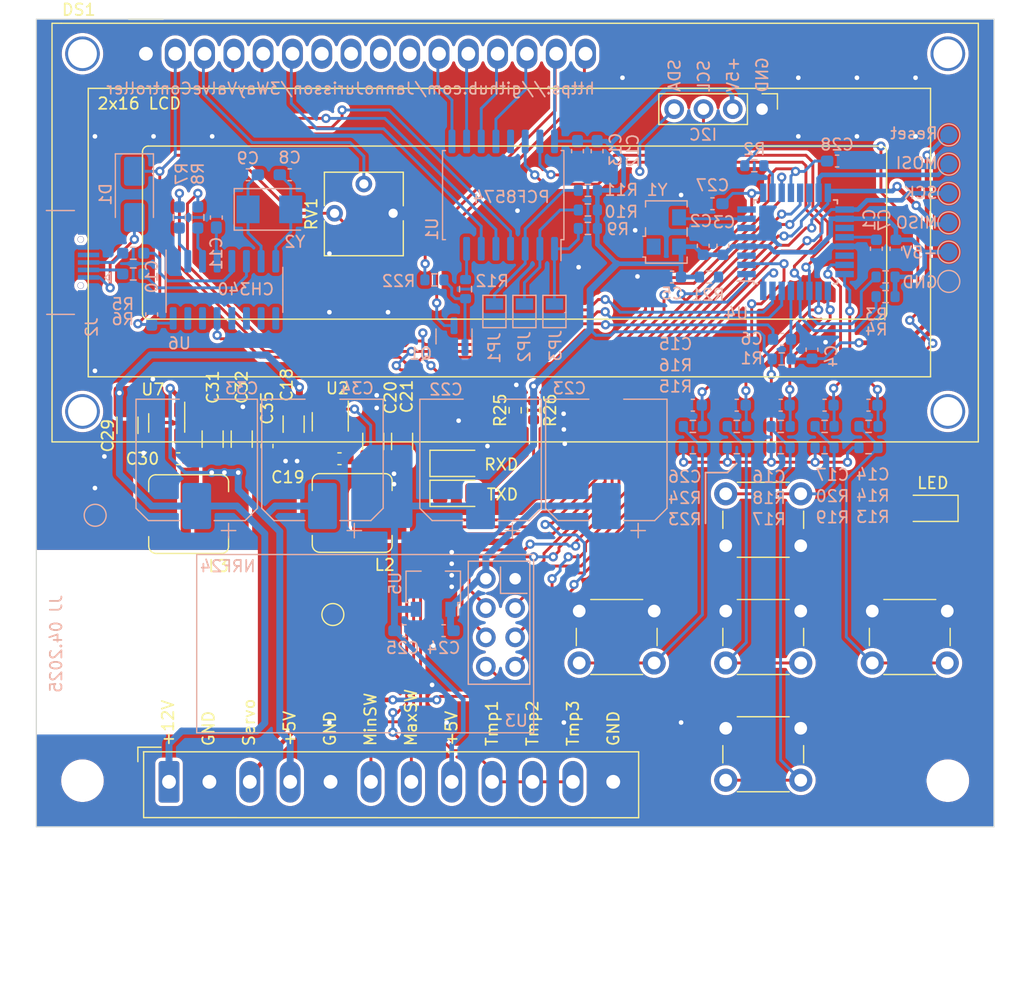
<source format=kicad_pcb>
(kicad_pcb (version 20241229) (generator "pcbnew") (generator_version "9.0")
  (layers (0 "F.Cu" signal) (2 "B.Cu" signal) (13 "F.Paste" user) (15 "B.Paste" user) (5 "F.SilkS" user "F.Silkscreen") (7 "B.SilkS" user "B.Silkscreen") (1 "F.Mask" user) (3 "B.Mask" user) (25 "Edge.Cuts" user))
  (net 0 "")
  (net 1 "GND")
  (net 2 "Net-(U4-AREF)")
  (net 3 "+5V")
  (net 4 "Net-(U4-~{RESET}{slash}PC6)")
  (net 5 "UART_Reset")
  (net 6 "Net-(U4-XTAL1{slash}PB6)")
  (net 7 "Net-(U6-XO)")
  (net 8 "Net-(U6-XI)")
  (net 9 "Net-(U6-V3)")
  (net 10 "BTN_R")
  (net 11 "BTN_L")
  (net 12 "BTN_DN")
  (net 13 "BTN_UP")
  (net 14 "+12V")
  (net 15 "Net-(U2-BST)")
  (net 16 "Net-(U2-SW)")
  (net 17 "Net-(U3-VCC)")
  (net 18 "Net-(D1-A)")
  (net 19 "Net-(D2-A)")
  (net 20 "Net-(DS1-RS)")
  (net 21 "Net-(DS1-LED(-))")
  (net 22 "Net-(DS1-D4)")
  (net 23 "Net-(DS1-R{slash}W)")
  (net 24 "Net-(DS1-D6)")
  (net 25 "Net-(DS1-E)")
  (net 26 "Net-(DS1-VO)")
  (net 29 "Net-(DS1-D5)")
  (net 30 "Net-(DS1-D7)")
  (net 33 "SDA")
  (net 34 "SCL")
  (net 36 "Net-(J2-D+)")
  (net 37 "Net-(J2-D-)")
  (net 38 "Net-(JP1-B)")
  (net 39 "Net-(JP2-B)")
  (net 40 "Net-(JP3-B)")
  (net 41 "BL")
  (net 42 "Net-(U6-UD+)")
  (net 43 "Net-(U6-UD-)")
  (net 44 "RXD")
  (net 45 "Net-(U6-TXD)")
  (net 46 "TXD")
  (net 47 "Net-(U6-RXD)")
  (net 48 "Net-(R13-Pad2)")
  (net 49 "Net-(R15-Pad2)")
  (net 50 "Net-(R17-Pad2)")
  (net 51 "Net-(R19-Pad2)")
  (net 52 "MOSI")
  (net 53 "MISO")
  (net 54 "SCK")
  (net 56 "SS")
  (net 67 "Net-(Q1-G)")
  (net 70 "BTN_OK")
  (net 71 "Net-(R23-Pad2)")
  (net 72 "Net-(U4-PD6)")
  (net 73 "IRQ")
  (net 74 "CE")
  (net 75 "Servo")
  (net 76 "SW2")
  (net 77 "SW1")
  (net 78 "Net-(J6-Pin_10)")
  (net 79 "Net-(D3-A)")
  (net 80 "Net-(D4-A)")
  (net 81 "Net-(U7-BST)")
  (net 82 "Net-(U7-SW)")
  (net 83 "+5P")
  (footprint "Potentiometer_THT:Potentiometer_Vishay_T73YP_Vertical" (layer "F.Cu") (at 30.925 16.825 90)
    (property "Reference" "RV1")
    (property "Value" "R_Potentiometer")
  )
  (footprint "Capacitor_SMD:C_1206_3216Metric" (layer "F.Cu") (at 7.9 35.2 -90)
    (property "Reference" "C29")
    (property "Value" "10u")
  )
  (footprint "Button_Switch_THT:SW_PUSH_6mm" (layer "F.Cu") (at 47.05 51.3)
    (property "Reference" "SW2" (hide yes))
    (property "Value" "SW_Push")
  )
  (footprint "Button_Switch_THT:SW_PUSH_6mm" (layer "F.Cu") (at 72.45 51.3)
    (property "Reference" "SW1" (hide yes))
    (property "Value" "SW_Push")
  )
  (footprint "Button_Switch_THT:SW_PUSH_6mm" (layer "F.Cu") (at 59.75 51.3)
    (property "Reference" "SW5" (hide yes))
    (property "Value" "SW_Push")
  )
  (footprint "Package_TO_SOT_SMD:TSOT-23-6" (layer "F.Cu") (at 25.475 34.9 -90)
    (property "Reference" "U2")
    (property "Value" "AP63205WU")
  )
  (footprint "Capacitor_SMD:C_1206_3216Metric" (layer "F.Cu") (at 31.7 36.6 90)
    (property "Reference" "C21")
    (property "Value" "C")
  )
  (footprint "TestPoint:TestPoint_Pad_D1.5mm" (layer "F.Cu") (at 25.7 51.6)
    (property "Reference" "TP5" (hide yes))
    (property "Value" "Gnd")
  )
  (footprint "Button_Switch_THT:SW_PUSH_6mm" (layer "F.Cu") (at 59.75 61.46)
    (property "Reference" "SW3" (hide yes))
    (property "Value" "SW_Push")
  )
  (footprint "Capacitor_SMD:C_1206_3216Metric" (layer "F.Cu") (at 22.3 35.1 -90)
    (property "Reference" "C18")
    (property "Value" "10u")
  )
  (footprint "MountingHole:MountingHole_3.2mm_M3" (layer "F.Cu") (at 4 66)
    (property "Reference" "H1" (hide yes))
    (property "Value" "MountingHole")
  )
  (footprint "Capacitor_SMD:C_1206_3216Metric" (layer "F.Cu") (at 17.8 36.4 90)
    (property "Reference" "C32")
    (property "Value" "C")
  )
  (footprint "Capacitor_SMD:C_0603_1608Metric_Pad1.08x0.95mm_HandSolder" (layer "F.Cu") (at 20 37 -90)
    (property "Reference" "C35")
    (property "Value" "100n")
  )
  (footprint "LED_SMD:LED_1206_3216Metric" (layer "F.Cu") (at 36.4 41.1)
    (property "Reference" "D4" (hide yes))
    (property "Value" "TXD")
  )
  (footprint "MountingHole:MountingHole_3.2mm_M3" (layer "F.Cu") (at 79 66)
    (property "Reference" "H2" (hide yes))
    (property "Value" "MountingHole")
  )
  (footprint "Display:WC1602A" (layer "F.Cu") (at 9.5 3)
    (property "Reference" "DS1")
    (property "Value" "WC1602A")
  )
  (footprint "Connector_Phoenix_MC:PhoenixContact_MCV_1,5_12-GF-3.5_1x12_P3.50mm_Vertical_ThreadedFlange" (layer "F.Cu") (at 11.5 66.1)
    (property "Reference" "J6" (hide yes))
    (property "Value" "Conn_01x12")
  )
  (footprint "Resistor_SMD:R_0603_1608Metric" (layer "F.Cu") (at 41.5 33.9 -90)
    (property "Reference" "R25")
    (property "Value" "10K")
  )
  (footprint "Button_Switch_THT:SW_PUSH_6mm" (layer "F.Cu") (at 66.25 45.64 180)
    (property "Reference" "SW4" (hide yes))
    (property "Value" "SW_Push")
  )
  (footprint "Connector_PinHeader_2.54mm:PinHeader_1x04_P2.54mm_Vertical" (layer "F.Cu") (at 62.9 7.8 -90)
    (property "Reference" "J1" (hide yes))
    (property "Value" "LCD 16x2")
  )
  (footprint "Resistor_SMD:R_0603_1608Metric" (layer "F.Cu") (at 43.1 33.9 -90)
    (property "Reference" "R26")
    (property "Value" "10K")
  )
  (footprint "Capacitor_SMD:C_0603_1608Metric" (layer "F.Cu") (at 26.275 38.1)
    (property "Reference" "C19")
    (property "Value" "100n")
  )
  (footprint "LED_SMD:LED_1206_3216Metric" (layer "F.Cu") (at 77.6 42.4 180)
    (property "Reference" "D2" (hide yes))
    (property "Value" "LED")
  )
  (footprint "Inductor_SMD:L_Bourns_SRP7028A_7.3x6.6mm" (layer "F.Cu") (at 27.375 42.8)
    (property "Reference" "L2")
    (property "Value" "4H7")
  )
  (footprint "LED_SMD:LED_1206_3216Metric" (layer "F.Cu") (at 36.4 38.5)
    (property "Reference" "D3" (hide yes))
    (property "Value" "RXD")
  )
  (footprint "Inductor_SMD:L_Bourns_SRP7028A_7.3x6.6mm" (layer "F.Cu") (at 13.2 42.9)
    (property "Reference" "L3")
    (property "Value" "4H7")
  )
  (footprint "Capacitor_SMD:C_1206_3216Metric" (layer "F.Cu") (at 29.2 36.6 90)
    (property "Reference" "C20")
    (property "Value" "C")
  )
  (footprint "Capacitor_SMD:C_1206_3216Metric" (layer "F.Cu") (at 15.28 36.4 90)
    (property "Reference" "C31")
    (property "Value" "C")
  )
  (footprint "Capacitor_SMD:C_0603_1608Metric" (layer "F.Cu") (at 12.3 38.1)
    (property "Reference" "C30")
    (property "Value" "100n")
  )
  (footprint "Package_TO_SOT_SMD:TSOT-23-6" (layer "F.Cu") (at 11.3 35 -90)
    (property "Reference" "U7")
    (property "Value" "AP63205WU")
  )
  (footprint "Package_QFP:TQFP-32_7x7mm_P0.8mm" (layer "B.Cu") (at 65.8 19.3)
    (property "Reference" "U4")
    (property "Value" "ATmega328PB-A")
  )
  (footprint "Resistor_SMD:R_0603_1608Metric_Pad0.98x0.95mm_HandSolder" (layer "B.Cu") (at 8.4 20.2875)
    (property "Reference" "R5")
    (property "Value" "20R")
  )
  (footprint "TestPoint:TestPoint_Pad_D1.5mm" (layer "B.Cu") (at 79.083892 20.19 90)
    (property "Reference" "TP6" (hide yes))
    (property "Value" "+5V")
  )
  (footprint "Capacitor_SMD:C_0603_1608Metric_Pad1.08x0.95mm_HandSolder" (layer "B.Cu") (at 58.6 16)
    (property "Reference" "C27")
    (property "Value" "100n")
  )
  (footprint "TestPoint:TestPoint_Pad_D1.5mm" (layer "B.Cu") (at 79.083892 22.73 90)
    (property "Reference" "TP7" (hide yes))
    (property "Value" "GND")
  )
  (footprint "Resistor_SMD:R_0603_1608Metric" (layer "B.Cu") (at 62.225 12.7 180)
    (property "Reference" "R2")
    (property "Value" "10K")
  )
  (footprint "Capacitor_SMD:C_0603_1608Metric" (layer "B.Cu") (at 64.5125 33.45875)
    (property "Reference" "C16")
    (property "Value" "100n")
  )
  (footprint "Capacitor_SMD:C_0603_1608Metric" (layer "B.Cu") (at 74.5 19.9 90)
    (property "Reference" "C7")
    (property "Value" "100n")
  )
  (footprint "Capacitor_SMD:C_0603_1608Metric_Pad1.08x0.95mm_HandSolder" (layer "B.Cu") (at 31.9 53 180)
    (property "Reference" "C25")
    (property "Value" "100n")
  )
  (footprint "Capacitor_SMD:C_0603_1608Metric_Pad1.08x0.95mm_HandSolder" (layer "B.Cu") (at 46.9025 11.44 90)
    (property "Reference" "C13")
    (property "Value" "100n")
  )
  (footprint "Resistor_SMD:R_0603_1608Metric" (layer "B.Cu") (at 72.125 37.14125)
    (property "Reference" "R13")
    (property "Value" "10K")
  )
  (footprint "Capacitor_SMD:CP_Elec_10x10" (layer "B.Cu") (at 38.5 38.2 90)
    (property "Reference" "C22")
    (property "Value" "C_Polarized")
  )
  (footprint "Resistor_SMD:R_0603_1608Metric" (layer "B.Cu") (at 72.125 35.3)
    (property "Reference" "R14")
    (property "Value" "10K")
  )
  (footprint "Capacitor_SMD:C_0603_1608Metric" (layer "B.Cu") (at 64.625 27.75 180)
    (property "Reference" "C6")
    (property "Value" "100n")
  )
  (footprint "Capacitor_SMD:C_0603_1608Metric" (layer "B.Cu") (at 59.5 19.65 -90)
    (property "Reference" "C3")
    (property "Value" "100n")
  )
  (footprint "Capacitor_SMD:C_0603_1608Metric" (layer "B.Cu") (at 56.9 33.45875)
    (property "Reference" "C15")
    (property "Value" "100n")
  )
  (footprint "TestPoint:TestPoint_Pad_D1.5mm" (layer "B.Cu") (at 79.083892 10.03 90)
    (property "Reference" "TP4" (hide yes))
    (property "Value" "Reset")
  )
  (footprint "Capacitor_SMD:C_0603_1608Metric_Pad1.08x0.95mm_HandSolder" (layer "B.Cu") (at 10 25.6 -90)
    (property "Reference" "C10")
    (property "Value" "100n")
  )
  (footprint "Resistor_SMD:R_0603_1608Metric" (layer "B.Cu") (at 47.8025 14.84 180)
    (property "Reference" "R11")
    (property "Value" "10K")
  )
  (footprint "Capacitor_SMD:C_0603_1608Metric_Pad1.08x0.95mm_HandSolder" (layer "B.Cu") (at 15.6 17.2 -90)
    (property "Reference" "C11")
    (property "Value" "100n")
  )
  (footprint "TestPoint:TestPoint_Pad_D1.5mm" (layer "B.Cu") (at 79.083892 15.11)
    (property "Reference" "TP3" (hide yes))
    (property "Value" "SCK")
  )
  (footprint "Capacitor_SMD:C_0603_1608Metric_Pad1.08x0.95mm_HandSolder" (layer "B.Cu") (at 18.3375 13.4875 180)
    (property "Reference" "C9")
    (property "Value" "10p")
  )
  (footprint "Capacitor_SMD:C_0603_1608Metric" (layer "B.Cu") (at 60.70625 33.45875)
    (property "Reference" "C26")
    (property "Value" "100n")
  )
  (footprint "Resistor_SMD:R_0603_1608Metric" (layer "B.Cu") (at 64.5125 37.14125)
    (property "Reference" "R17")
    (property "Value" "10K")
  )
  (footprint "Capacitor_SMD:C_0603_1608Metric" (layer "B.Cu") (at 67.225 28.65 -90)
    (property "Reference" "C4")
    (property "Value" "22p")
  )
  (footprint "Jumper:SolderJumper-2_P1.3mm_Open_Pad1.0x1.5mm" (layer "B.Cu") (at 42.3025 25.34 90)
    (property "Reference" "JP2")
    (property "Value" "Jumper_2_Open")
  )
  (footprint "Package_TO_SOT_SMD:SOT-89-3" (layer "B.Cu") (at 34.4 49.2 90)
    (property "Reference" "U5")
    (property "Value" "L78L33_SOT89")
  )
  (footprint "Resistor_SMD:R_0603_1608Metric" (layer "B.Cu") (at 60.70625 35.3)
    (property "Reference" "R24")
    (property "Value" "10K")
  )
  (footprint "Oscillator:Oscillator_SMD_EuroQuartz_XO53-4Pin_5.0x3.2mm" (layer "B.Cu") (at 54.6 18.45 90)
    (property "Reference" "Y1")
    (property "Value" "ECS-3961-160-AU-TR")
  )
  (footprint "Resistor_SMD:R_0603_1608Metric_Pad0.98x0.95mm_HandSolder" (layer "B.Cu") (at 14 17.1875 90)
    (property "Reference" "R8")
    (property "Value" "3K3")
  )
  (footprint "RF_Module:nRF24L01_Breakout" (layer "B.Cu") (at 41.5 48.5 180)
    (property "Reference" "U3")
    (property "Value" "NRF24L01_Breakout")
  )
  (footprint "Resistor_SMD:R_0603_1608Metric" (layer "B.Cu") (at 73.6 24.05 180)
    (property "Reference" "R4")
    (property "Value" "4K7")
  )
  (footprint "Capacitor_SMD:CP_Elec_10x10" (layer "B.Cu") (at 24.8 38.2 90)
    (property "Reference" "C34")
    (property "Value" "C_Polarized")
  )
  (footprint "Diode_SMD:D_SMA" (layer "B.Cu") (at 8.5 15.1875 -90)
    (property "Reference" "D1")
    (property "Value" "MRA4003T3G")
  )
  (footprint "Capacitor_SMD:C_0603_1608Metric" (layer "B.Cu") (at 68.31875 33.45875)
    (property "Reference" "C17")
    (property "Value" "100n")
  )
  (footprint "Click and Grow:JLCPCB_C404968_Micro_USB" (layer "B.Cu") (at 1.7 21.0875 90)
    (property "Reference" "J2")
    (property "Value" "USB_B_Mini")
  )
  (footprint "Crystal:Crystal_SMD_5032-2Pin_5.0x3.2mm" (layer "B.Cu") (at 20.2 16.4875)
    (property "Reference" "Y2")
    (property "Value" "12.000MHZ")
  )
  (footprint "Capacitor_SMD:C_0603_1608Metric" (layer "B.Cu") (at 57.8 19.65 -90)
    (property "Reference" "C2")
    (property "Value" "100n")
  )
  (footprint "Capacitor_SMD:CP_Elec_10x10" (layer "B.Cu") (at 13.9 38.2 90)
    (property "Reference" "C33")
    (property "Value" "C_Polarized")
  )
  (footprint "Package_SO:SOIC-16_3.9x9.9mm_P1.27mm" (layer "B.Cu") (at 16.305 23.4625 -90)
    (property "Reference" "U6")
    (property "Value" "CH340G")
  )
  (footprint "Resistor_SMD:R_0603_1608Metric_Pad0.98x0.95mm_HandSolder" (layer "B.Cu") (at 8.4 22.0875)
    (property "Reference" "R6")
    (property "Value" "20R")
  )
  (footprint "Resistor_SMD:R_0603_1608Metric" (layer "B.Cu") (at 64.5125 35.3)
    (property "Reference" "R18")
    (property "Value" "10K")
  )
  (footprint "Resistor_SMD:R_0603_1608Metric" (layer "B.Cu") (at 34.5 22.6)
    (property "Reference" "R22")
    (property "Value" "10K")
  )
  (footprint "Capacitor_SMD:C_0603_1608Metric_Pad1.08x0.95mm_HandSolder" (layer "B.Cu") (at 21.9625 13.4875)
    (property "Reference" "C8")
    (property "Value" "10p")
  )
  (footprint "Capacitor_SMD:C_0603_1608Metric_Pad1.08x0.95mm_HandSolder" (layer "B.Cu") (at 35.3 53)
    (property "Reference" "C24")
    (property "Value" "100n")
  )
  (footprint "Resistor_SMD:R_0603_1608Metric" (layer "B.Cu") (at 68.31875 37.14125)
    (property "Reference" "R19")
    (property "Value" "10K")
  )
  (footprint "Resistor_SMD:R_0603_1608Metric" (layer "B.Cu") (at 56.9 35.3)
    (property "Reference" "R16")
    (property "Value" "10K")
  )
  (footprint "Resistor_SMD:R_0603_1608Metric" (layer "B.Cu") (at 64.6 29.45)
    (property "Reference" "R1")
    (property "Value" "10K")
  )
  (footprint "Capacitor_SMD:C_0603_1608Metric_Pad1.08x0.95mm_HandSolder" (layer "B.Cu") (at 69.4 12.3 180)
    (property "Reference" "C28")
    (property "Value" "100n")
  )
  (footprint "TestPoint:TestPoint_Pad_D1.5mm" (layer "B.Cu") (at 79.083892 12.57)
    (property "Reference" "TP1" (hide yes))
    (property "Value" "MOSI")
  )
  (footprint "Resistor_SMD:R_0603_1608Metric" (layer "B.Cu") (at 60.70625 37.14125)
    (property "Reference" "R23")
    (property "Value" "10K")
  )
  (footprint "Resistor_SMD:R_0603_1608Metric_Pad0.98x0.95mm_HandSolder" (layer "B.Cu") (at 12.4 17.1875 90)
    (property "Reference" "R7")
    (property "Value" "3K3")
  )
  (footprint "Resistor_SMD:R_0603_1608Metric" (layer "B.Cu") (at 47.8025 16.54 180)
    (property "Reference" "R10")
    (property "Value" "10K")
  )
  (footprint "Package_SO:SOIC-16W_7.5x10.3mm_P1.27mm" (layer "B.Cu") (at 40.465 15.25 90)
    (property "Reference" "U1")
    (property "Value" "PCF8574")
  )
  (footprint "Capacitor_SMD:C_0603_1608Metric" (layer "B.Cu") (at 55.1 22.35)
    (property "Reference" "C5")
    (property "Value" "100n")
  )
  (footprint "TestPoint:TestPoint_Pad_D1.5mm" (layer "B.Cu") (at 5.1 43)
    (property "Reference" "TP9" (hide yes))
    (property "Value" "GND")
  )
  (footprint "Resistor_SMD:R_0603_1608Metric" (layer "B.Cu") (at 37.2 23.4 90)
    (property "Reference" "R12")
    (property "Value" "10K")
  )
  (footprint "Resistor_SMD:R_0603_1608Metric" (layer "B.Cu") (at 68.31875 35.3)
    (property "Reference" "R20")
    (property "Value" "10K")
  )
  (footprint "Resistor_SMD:R_0603_1608Metric" (layer "B.Cu") (at 73.6 22.34 180)
    (property "Reference" "R3")
    (property "Value" "4K7")
  )
  (footprint "Capacitor_SMD:C_0603_1608Metric" (layer "B.Cu") (at 72.8 19.9 90)
    (property "Reference" "C1")
    (property "Value" "100n")
  )
  (footprint "TestPoint:TestPoint_Pad_D1.5mm" (layer "B.Cu") (at 79.083892 17.65)
    (property "Reference" "TP2" (hide yes))
    (property "Value" "MISO")
  )
  (footprint "Resistor_SMD:R_0603_1608Metric" (layer "B.Cu") (at 56.9 37.14125)
    (property "Reference" "R15")
    (property "Value" "10K")
  )
  (footprint "Package_TO_SOT_SMD:SOT-23" (layer "B.Cu") (at 36.2 27.5 90)
    (property "Reference" "Q1")
    (property "Value" "2N7002")
  )
  (footprint "Capacitor_SMD:CP_Elec_10x10" (layer "B.Cu") (at 49.4 38.2 90)
    (property "Reference" "C23")
    (property "Value" "C_Polarized")
  )
  (footprint "Capacitor_SMD:C_0603_1608Metric_Pad1.08x0.95mm_HandSolder" (layer "B.Cu") (at 48.6025 11.44 90)
    (property "Reference" "C12")
    (property "Value" "100n")
  )
  (footprint "Resistor_SMD:R_0603_1608Metric" (layer "B.Cu") (at 58.3 22.35 180)
    (property "Reference" "R21")
    (property "Value" "10K")
  )
  (footprint "Resistor_SMD:R_0603_1608Metric" (layer "B.Cu") (at 47.8025 18.14 180)
    (property "Reference" "R9")
    (property "Value" "10K")
  )
  (footprint "Capacitor_SMD:C_0603_1608Metric" (layer "B.Cu") (at 72.125 33.45875)
    (property "Reference" "C14")
    (property "Value" "100n")
  )
  (footprint "Jumper:SolderJumper-2_P1.3mm_Open_Pad1.0x1.5mm" (layer "B.Cu") (at 39.7025 25.34 90)
    (property "Reference" "JP1")
    (property "Value" "Jumper_2_Open")
  )
  (footprint "Jumper:SolderJumper-2_P1.3mm_Open_Pad1.0x1.5mm" (layer "B.Cu") (at 44.9025 25.34 90)
    (property "Reference" "JP3")
    (property "Value" "Jumper_2_Open")
  )
  (gr_line (start 59.9 39.3) (end 60.7 38.5) (stroke (width 0.15)) (layer "B.SilkS"))
  (gr_line (start 58 39.3) (end 59.9 39.3) (stroke (width 0.15)) (layer "B.SilkS"))
  (gr_line (start 58 39.3) (end 58 43.7) (stroke (width 0.15)) (layer "B.SilkS"))
  (gr_rect (start 0 0) (end 83 70) (stroke (width 0.1)) (fill no) (layer "Edge.Cuts"))
  (gr_text "GND\n" (at 26.036364 63.1 90) (layer "F.SilkS") (effects (font (size 1 1)) (justify left bottom)))
  (gr_text "MaxSW\n" (at 33.054545 63.1 90) (layer "F.SilkS") (effects (font (size 1 1)) (justify left bottom)))
  (gr_text "MinSW\n" (at 29.545455 63.1 90) (layer "F.SilkS") (effects (font (size 1 1)) (justify left bottom)))
  (gr_text "+5V\n" (at 36.563636 63.1 90) (layer "F.SilkS") (effects (font (size 1 1)) (justify left bottom)))
  (gr_text "Servo" (at 19.018182 63.1 90) (layer "F.SilkS") (effects (font (size 1 1)) (justify left bottom)))
  (gr_text "Tmp3\n" (at 47.090909 63.1 90) (layer "F.SilkS") (effects (font (size 1 1)) (justify left bottom)))
  (gr_text "GND\n" (at 15.509091 63.1 90) (layer "F.SilkS") (effects (font (size 1 1)) (justify left bottom)))
  (gr_text "2x16 LCD" (at 5.2 7.9 0) (layer "F.SilkS") (effects (font (size 1 1)) (justify left bottom)))
  (gr_text "Tmp2\n" (at 43.581818 63.1 90) (layer "F.SilkS") (effects (font (size 1 1)) (justify left bottom)))
  (gr_text "+5V\n" (at 22.527273 63.1 90) (layer "F.SilkS") (effects (font (size 1 1)) (justify left bottom)))
  (gr_text "Tmp1\n" (at 40.072727 63.1 90) (layer "F.SilkS") (effects (font (size 1 1)) (justify left bottom)))
  (gr_text "+12V\n" (at 12 63.1 90) (layer "F.SilkS") (effects (font (size 1 1)) (justify left bottom)))
  (gr_text "GND\n" (at 50.6 63.1 90) (layer "F.SilkS") (effects (font (size 1 1)) (justify left bottom)))
  (gr_text "https://github.com/JannoJurisson/3WayValveController" (at 48.5 6.6 0) (layer "B.SilkS") (effects (font (size 1 1)) (justify left bottom mirror)))
  (gr_text "GND" (at 63.5 3.209524 90) (layer "B.SilkS") (effects (font (size 1 1)) (justify left bottom mirror)))
  (gr_text "PCF8574" (at 44.6 16 0) (layer "B.SilkS") (effects (font (size 1 1)) (justify left bottom mirror)))
  (gr_text "JJ 04.2025" (at 2.3 49.8 90) (layer "B.SilkS") (effects (font (size 1 1)) (justify left bottom mirror)))
  (gr_text "CH340" (at 20.7 24 0) (layer "B.SilkS") (effects (font (size 1 1)) (justify left bottom mirror)))
  (gr_text "SDA" (at 55.9 3.37619 90) (layer "B.SilkS") (effects (font (size 1 1)) (justify left bottom mirror)))
  (gr_text "NRF24\n" (at 19.1 48 0) (layer "B.SilkS") (effects (font (size 1 1)) (justify left bottom mirror)))
  (gr_text "+5V" (at 60.966667 3.161905 90) (layer "B.SilkS") (effects (font (size 1 1)) (justify left bottom mirror)))
  (gr_text "I2C" (at 59.1 10.6 0) (layer "B.SilkS") (effects (font (size 1 1)) (justify left bottom mirror)))
  (gr_text "SCL" (at 58.433333 3.447619 90) (layer "B.SilkS") (effects (font (size 1 1)) (justify left bottom mirror)))
  (via (at 34.4 54.3) (size 0.8) (drill 0.4) (layers "F.Cu" "B.Cu") (net 1))
  (via (at 66.04 10.16) (size 0.8) (drill 0.4) (layers "F.Cu" "B.Cu") (net 1))
  (via (at 45.72 60.96) (size 0.8) (drill 0.4) (layers "F.Cu" "B.Cu") (net 1))
  (via (at 36.6 34.8) (size 0.8) (drill 0.4) (layers "F.Cu" "B.Cu") (net 1))
  (via (at 10.16 10.16) (size 0.8) (drill 0.4) (layers "F.Cu" "B.Cu") (net 1))
  (via (at 47 21.5) (size 0.8) (drill 0.4) (layers "F.Cu" "B.Cu") (net 1))
  (via (at 41.7 16.6) (size 0.8) (drill 0.4) (layers "F.Cu" "B.Cu") (net 1))
  (via (at 5.08 40.64) (size 0.8) (drill 0.4) (layers "F.Cu" "B.Cu") (net 1))
  (via (at 36 48.2) (size 0.8) (drill 0.4) (layers "F.Cu" "B.Cu") (net 1))
  (via (at 36 49.2) (size 0.8) (drill 0.4) (layers "F.Cu" "B.Cu") (net 1))
  (via (at 66.04 5.08) (size 0.8) (drill 0.4) (layers "F.Cu" "B.Cu") (net 1))
  (via (at 25.4 20.32) (size 0.8) (drill 0.4) (layers "F.Cu" "B.Cu") (net 1))
  (via (at 30.48 25.4) (size 0.8) (drill 0.4) (layers "F.Cu" "B.Cu") (net 1))
  (via (at 25.4 60.96) (size 0.8) (drill 0.4) (layers "F.Cu" "B.Cu") (net 1))
  (via (at 76.2 5.08) (size 0.8) (drill 0.4) (layers "F.Cu" "B.Cu") (net 1))
  (via (at 71.12 5.08) (size 0.8) (drill 0.4) (layers "F.Cu" "B.Cu") (net 1))
  (via (at 76.2 10.16) (size 0.8) (drill 0.4) (layers "F.Cu" "B.Cu") (net 1))
  (via (at 25.4 25.4) (size 0.8) (drill 0.4) (layers "F.Cu" "B.Cu") (net 1))
  (via (at 22.6 38.3) (size 0.8) (drill 0.4) (layers "F.Cu" "B.Cu") (net 1))
  (via (at 55.88 60.96) (size 0.8) (drill 0.4) (layers "F.Cu" "B.Cu") (net 1))
  (via (at 68.4 28) (size 0.8) (drill 0.4) (layers "F.Cu" "B.Cu") (net 1))
  (via (at 29.5 32.6) (size 0.8) (drill 0.4) (layers "F.Cu" "B.Cu") (net 1))
  (via (at 17.9 33.6) (size 0.8) (drill 0.4) (layers "F.Cu" "B.Cu") (net 1))
  (via (at 36 47.2) (size 0.8) (drill 0.4) (layers "F.Cu" "B.Cu") (net 1))
  (via (at 34.3 57.7) (size 0.8) (drill 0.4) (layers "F.Cu" "B.Cu") (net 1))
  (via (at 55.88 15.24) (size 0.8) (drill 0.4) (layers "F.Cu" "B.Cu") (net 1))
  (via (at 5.08 10.16) (size 0.8) (drill 0.4) (layers "F.Cu" "B.Cu") (net 1))
  (via (at 21.6 38.3) (size 0.8) (drill 0.4) (layers "F.Cu" "B.Cu") (net 1))
  (via (at 35.56 60.96) (size 0.8) (drill 0.4) (layers "F.Cu" "B.Cu") (net 1))
  (via (at 29.5 33.7) (size 0.8) (drill 0.4) (layers "F.Cu" "B.Cu") (net 1))
  (via (at 45.8 36.8) (size 0.8) (drill 0.4) (layers "F.Cu" "B.Cu") (net 1))
  (via (at 5.9 37.9) (size 0.8) (drill 0.4) (layers "F.Cu" "B.Cu") (net 1))
  (via (at 51.9 18.3) (size 0.8) (drill 0.4) (layers "F.Cu" "B.Cu") (net 1))
  (via (at 45.72 35.56) (size 0.8) (drill 0.4) (layers "F.Cu" "B.Cu") (net 1))
  (via (at 15.24 10.16) (size 0.8) (drill 0.4) (layers "F.Cu" "B.Cu") (net 1))
  (via (at 9.3 37.6) (size 0.8) (drill 0.4) (layers "F.Cu" "B.Cu") (net 1))
  (via (at 71.12 10.16) (size 0.8) (drill 0.4) (layers "F.Cu" "B.Cu") (net 1))
  (via (at 36 46.2) (size 0.8) (drill 0.4) (layers "F.Cu" "B.Cu") (net 1))
  (via (at 50.8 5.08) (size 0.8) (drill 0.4) (layers "F.Cu" "B.Cu") (net 1))
  (via (at 10.1 31.2) (size 0.8) (drill 0.4) (layers "F.Cu" "B.Cu") (net 1))
  (via (at 39.1 37) (size 0.8) (drill 0.4) (layers "F.Cu" "B.Cu") (net 1))
  (via (at 45.7 34.2) (size 0.8) (drill 0.4) (layers "F.Cu" "B.Cu") (net 1))
  (via (at 52.1 22.3) (size 0.8) (drill 0.4) (layers "F.Cu" "B.Cu") (net 1))
  (via (at 41.6 31.7) (size 0.8) (drill 0.4) (layers "F.Cu" "B.Cu") (net 1))
  (via (at 5.08 30.48) (size 0.8) (drill 0.4) (layers "F.Cu" "B.Cu") (net 1))
  (segment (start 70.05 18.9) (end 72.975 18.9) (width 0.25) (layer "B.Cu") (net 2))
  (segment (start 72.975 18.9) (end 73 18.875) (width 0.25) (layer "B.Cu") (net 2))
  (segment (start 33.7 21.2) (end 33.7 20) (width 0.25) (layer "F.Cu") (net 3))
  (segment (start 41.5 33.075) (end 43.1 33.075) (width 0.25) (layer "F.Cu") (net 3))
  (segment (start 26.4625 33.8) (end 26.425 33.7625) (width 0.25) (layer "F.Cu") (net 3))
  (segment (start 67.5 38.4) (end 70.3 38.4) (width 0.25) (layer "F.Cu") (net 3))
  (segment (start 59.9 38.4) (end 63.7 38.4) (width 0.25) (layer "F.Cu") (net 3))
  (segment (start 56.1 38.4) (end 59.9 38.4) (width 0.25) (layer "F.Cu") (net 3))
  (segment (start 44.96 4.1425) (end 44.96 7.94) (width 0.25) (layer "F.Cu") (net 3))
  (segment (start 63.7 38.4) (end 63.7 30.8) (width 0.25) (layer "F.Cu") (net 3))
  (segment (start 10.7 24.5) (end 10.7 13.1875) (width 0.25) (layer "F.Cu") (net 3))
  (segment (start 27.575 33.8) (end 26.4625 33.8) (width 0.25) (layer "F.Cu") (net 3))
  (segment (start 12.0875 11.8) (end 10.7 13.1875) (width 0.25) (layer "F.Cu") (net 3))
  (segment (start 25.845 16.825) (end 22.225 16.825) (width 0.25) (layer "F.Cu") (net 3))
  (segment (start 28.62 19.6) (end 25.845 16.825) (width 0.25) (layer "F.Cu") (net 3))
  (segment (start 8.8 26.4) (end 10.7 24.5) (width 0.25) (layer "F.Cu") (net 3))
  (segment (start 22.225 16.825) (end 17.2 11.8) (width 0.25) (layer "F.Cu") (net 3))
  (segment (start 33.7 20) (end 33.3 19.6) (width 0.25) (layer "F.Cu") (net 3))
  (segment (start 33.3 19.6) (end 28.62 19.6) (width 0.25) (layer "F.Cu") (net 3))
  (segment (start 17.2 11.8) (end 12.0875 11.8) (width 0.25) (layer "F.Cu") (net 3))
  (segment (start 63.7 38.4) (end 67.5 38.4) (width 0.25) (layer "F.Cu") (net 3))
  (segment (start 44.96 7.94) (end 33.3 19.6) (width 0.25) (layer "F.Cu") (net 3))
  (segment (start 43.1 33.075) (end 43.1 31.8) (width 0.25) (layer "F.Cu") (net 3))
  (via (at 59.9 38.4) (size 0.8) (drill 0.4) (layers "F.Cu" "B.Cu") (net 3))
  (via (at 43.1 31.8) (size 0.8) (drill 0.4) (layers "F.Cu" "B.Cu") (net 3))
  (via (at 70.3 38.4) (size 0.8) (drill 0.4) (layers "F.Cu" "B.Cu") (net 3))
  (via (at 63.7 38.4) (size 0.8) (drill 0.4) (layers "F.Cu" "B.Cu") (net 3))
  (via (at 63.7 30.8) (size 0.8) (drill 0.4) (layers "F.Cu" "B.Cu") (net 3))
  (via (at 8.8 26.4) (size 0.8) (drill 0.4) (layers "F.Cu" "B.Cu") (net 3))
  (via (at 31 39.4) (size 0.8) (drill 0.4) (layers "F.Cu" "B.Cu") (net 3))
  (via (at 67.5 38.4) (size 0.8) (drill 0.4) (layers "F.Cu" "B.Cu") (net 3))
  (via (at 33.7 21.2) (size 0.8) (drill 0.4) (layers "F.Cu" "B.Cu") (net 3))
  (via (at 31 40.3) (size 0.8) (drill 0.4) (layers "F.Cu" "B.Cu") (net 3))
  (via (at 10.7 13.1875) (size 0.8) (drill 0.4) (layers "F.Cu" "B.Cu") (net 3))
  (via (at 27.575 33.8) (size 0.8) (drill 0.4) (layers "F.Cu" "B.Cu") (net 3))
  (via (at 56.1 38.4) (size 0.8) (drill 0.4) (layers "F.Cu" "B.Cu") (net 3))
  (segment (start 63.074 27.474) (end 63.074 28.749) (width 0.25) (layer "B.Cu") (net 3))
  (segment (start 63.7 30.8) (end 63.7 29.525) (width 0.25) (layer "B.Cu") (net 3))
  (segment (start 70.3 38.4) (end 70.3 37.6) (width 0.25) (layer "B.Cu") (net 3))
  (segment (start 68.849 17.301) (end 68.849 18.751) (width 0.4) (layer "B.Cu") (net 3))
  (segment (start 48.5 27.4) (end 49.8 27.4) (width 0.25) (layer "B.Cu") (net 3))
  (segment (start 37 58.9625) (end 37 61.9) (width 0.4) (layer "B.Cu") (net 3))
  (segment (start 63.5 19.7) (end 61.55 19.7) (width 0.4) (layer "B.Cu") (net 3))
  (segment (start 33.675 22.6) (end 33.675 21.225) (width 0.25) (layer "B.Cu") (net 3))
  (segment (start 33.675 21.225) (end 33.7 21.2) (width 0.25) (layer "B.Cu") (net 3))
  (segment (start 11.86 25.9375) (end 11.86 26.3475) (width 0.25) (layer "B.Cu") (net 3))
  (segment (start 11.8625 26.35) (end 10 26.35) (width 0.25) (layer "B.Cu") (net 3))
  (segment (start 57.095 19.72) (end 57.8 20.425) (width 0.4) (layer "B.Cu") (net 3))
  (segment (start 64 20.2) (end 63.5 19.7) (width 0.4) (layer "B.Cu") (net 3))
  (segment (start 44.91 10.6) (end 44.91 4.1925) (width 0.25) (layer "B.Cu") (net 3))
  (segment (start 59.625 20.425) (end 60.35 19.7) (width 0.4) (layer "B.Cu") (net 3))
  (segment (start 48 23.5) (end 50.3 21.2) (width 0.6) (layer "B.Cu") (net 3))
  (segment (start 50.9 14.4) (end 50.46 14.84) (width 0.4) (layer "B.Cu") (net 3))
  (segment (start 28.975 37.475) (end 28.975 35.2) (width 0.25) (layer "B.Cu") (net 3))
  (segment (start 67.4 20.2) (end 64 20.2) (width 0.4) (layer "B.Cu") (net 3))
  (segment (start 46.9025 10.5775) (end 44.9325 10.5775) (width 0.25) (layer "B.Cu") (net 3))
  (segment (start 76.16 22.34) (end 76.99 21.51) (width 0.4) (layer "B.Cu") (net 3))
  (segment (start 48.6275 14.84) (end 48.6275 16.54) (width 0.4) (layer "B.Cu") (net 3))
  (segment (start 50 11.2) (end 50.9 12.1) (width 0.4) (layer "B.Cu") (net 3))
  (segment (start 63.7 29.525) (end 63.775 29.45) (width 0.25) (layer "B.Cu") (net 3))
  (segment (start 8.8625 26.4625) (end 8.8 26.4) (width 0.25) (layer "B.Cu") (net 3))
  (segment (start 68.85 17.3) (end 68.849 17.301) (width 0.4) (layer "B.Cu") (net 3))
  (segment (start 55.875 22.35) (end 55.875 21.2) (width 0.4) (layer "B.Cu") (net 3))
  (segment (start 54.5 6.1) (end 59.8 6.1) (width 0.4) (layer "B.Cu") (net 3))
  (segment (start 12.04 3) (end 12.04 11.8475) (width 0.25) (layer "B.Cu") (net 3))
  (segment (start 59.9 37.16) (end 59.88125 37.14125) (width 0.25) (layer "B.Cu") (net 3))
  (segment (start 30.8 39.3) (end 28.975 37.475) (width 0.25) (layer "B.Cu") (net 3))
  (segment (start 68.849 18.751) (end 67.4 20.2) (width 0.4) (layer "B.Cu") (net 3))
  (segment (start 44.9325 10.5775) (end 44.91 10.6) (width 0.25) (layer "B.Cu") (net 3))
  (segment (start 74.5 19.125) (end 75.925 19.125) (width 0.4) (layer "B.Cu") (net 3))
  (segment (start 67.5 38.4) (end 67.5 37.1475) (width 0.25) (layer "B.Cu") (net 3))
  (segment (start 48 26.9) (end 48 23.5) (width 0.6) (layer "B.Cu") (net 3))
  (segment (start 56.075 38.375) (end 56.1 38.4) (width 0.25) (layer "B.Cu") (net 3))
  (segment (start 57.8 20.425) (end 59.5 20.425) (width 0.4) (layer "B.Cu") (net 3))
  (segment (start 55.875 19.895) (end 55.7 19.72) (width 0.4) (layer "B.Cu") (net 3))
  (segment (start 48 26.9) (end 48.5 27.4) (width 0.25) (layer "B.Cu") (net 3))
  (segment (start 60.3 6.6) (end 60.3 7.74) (width 0.4) (layer "B.Cu") (net 3))
  (segment (start 60.35 19.7) (end 61.55 19.7) (width 0.4) (layer "B.Cu") (net 3))
  (segment (start 10 26.4625) (end 8.8625 26.4625) (width 0.25) (layer "B.Cu") (net 3))
  (segment (start 31.0375 53) (end 31.0375 51.1) (width 0.6) (layer "B.Cu") (net 3))
  (segment (start 74.5 18.1) (end 74.5 19.125) (width 0.4) (layer "B.Cu") (net 3))
  (segment (start 70.3 37.6) (end 70.75875 37.14125) (width 0.25) (layer "B.Cu") (net 3))
  (segment (start 60.3 7.74) (end 60.36 7.8) (width 0.4) (layer "B.Cu") (net 3))
  (segment (start 55.875 21.2) (end 55.875 19.895) (width 0.4) (layer "B.Cu") (net 3))
  (segment (start 59.9 38.4) (end 59.9 37.16) (width 0.25) (layer "B.Cu") (net 3))
  (segment (start 76.99 21.51) (end 76.99 20.19) (width 0.4) (layer "B.Cu") (net 3))
  (segment (start 74.425 24.05) (end 74.425 22.34) (width 0.4) (layer "B.Cu") (net 3))
  (segment (start 49.8 27.4) (end 50.1 27.1) (width 0.25) (layer "B.Cu") (net 3))
  (segment (start 43.1 36.9) (end 43.1 31.8) (width 0.6) (layer "B.Cu") (net 3))
  (segment (start 49.6 10.8) (end 49.8 10.8) (width 0.4) (layer "B.Cu") (net 3))
  (segment (start 67.5 37.1475) (end 67.49375 37.14125) (width 0.25) (layer "B.Cu") (net 3))
  (segment (start 48.6275 16.54) (end 48.6275 18.14) (width 0.4) (layer "B.Cu") (net 3))
  (segment (start 8.5 13.1875) (end 10.7 13.1875) (width 0.25) (layer "B.Cu") (net 3))
  (segment (start 70.75875 37.14125) (end 71.3 37.14125) (width 0.25) (layer "B.Cu") (net 3))
  (segment (start 11.86 26.3475) (end 11.8625 26.35) (width 0.25) (layer "B.Cu") (net 3))
  (segment (start 70.05 17.3) (end 73.7 17.3) (width 0.4) (layer "B.Cu") (net 3))
  (segment (start 31 39.4) (end 30.9 39.3) (width 0.25) (layer "B.Cu") (net 3))
  (segment (start 49.8 10.8) (end 54.5 6.1) (width 0.4) (layer "B.Cu") (net 3))
  (segment (start 63.7 37.15375) (end 63.6875 37.14125) (width 0.25) (layer "B.Cu") (net 3))
  (segment (start 48.6025 10.5775) (end 46.9025 10.5775) (width 0.25) (layer "B.Cu") (net 3))
  (segment (start 50.3 21.2) (end 48.6275 19.5275) (width 0.4) (layer "B.Cu") (net 3))
  (segment (start 75.925 19.125) (end 76.99 20.19) (width 0.4) (layer "B.Cu") (net 3))
  (segment (start 49.3775 10.5775) (end 50 11.2) (width 0.4) (layer "B.Cu") (net 3))
  (segment (start 74.425 22.34) (end 76.16 22.34) (width 0.4) (layer "B.Cu") (net 3))
  (segment (start 31.0375 51.1) (end 31.0375 42.5625) (width 0.6) (layer "B.Cu") (net 3))
  (segment (start 48.6275 19.5275) (end 48.6275 18.14) (width 0.4) (layer "B.Cu") (net 3))
  (segment (start 50.1 27.1) (end 62.7 27.1) (width 0.25) (layer "B.Cu") (net 3))
  (segment (start 62.7 27.1) (end 63.074 27.474) (width 0.25) (layer "B.Cu") (net 3))
  (segment (start 59.8 6.1) (end 60.3 6.6) (width 0.4) (layer "B.Cu") (net 3))
  (segment (start 63.074 28.749) (end 63.775 29.45) (width 0.25) (layer "B.Cu") (net 3))
  (segment (start 48.6025 10.5775) (end 49.3775 10.5775) (width 0.4) (layer "B.Cu") (net 3))
  (segment (start 44.91 4.1925) (end 44.96 4.1425) (width 0.25) (layer "B.Cu") (net 3))
  (segment (start 50 11.2) (end 49.6 10.8) (width 0.4) (layer "B.Cu") (net 3))
  (segment (start 59.5 20.425) (end 59.625 20.425) (width 0.4) (layer "B.Cu") (net 3))
  (segment (start 30.9 39.3) (end 30.8 39.3) (width 0.25) (layer "B.Cu") (net 3))
  (segment (start 31.0875 51.15) (end 31.0375 51.1) (width 0.6) (layer "B.Cu") (net 3))
  (segment (start 31.0375 42.5625) (end 31.4 42.2) (width 0.6) (layer "B.Cu") (net 3))
  (segment (start 38.5 42.2) (end 38.5 41.5) (width 0.6) (layer "B.Cu") (net 3))
  (segment (start 31.4 42.2) (end 38.5 42.2) (width 0.6) (layer "B.Cu") (net 3))
  (segment (start 70.05 17.3) (end 68.85 17.3) (width 0.4) (layer "B.Cu") (net 3))
  (segment (start 50.9 12.1) (end 50.9 14.4) (width 0.4) (layer "B.Cu") (net 3))
  (segment (start 32.9 51.15) (end 31.0875 51.15) (width 0.6) (layer "B.Cu") (net 3))
  (segment (start 56.075 37.14125) (end 56.075 38.375) (width 0.25) (layer "B.Cu") (net 3))
  (segment (start 38.5 41.5) (end 43.1 36.9) (width 0.6) (layer "B.Cu") (net 3))
  (segment (start 48 26.9) (end 43.1 31.8) (width 0.6) (layer "B.Cu") (net 3))
  (segment (start 76.99 20.19) (end 79.083892 20.19) (width 0.4) (layer "B.Cu") (net 3))
  (segment (start 28.975 35.2) (end 27.575 33.8) (width 0.25) (layer "B.Cu") (net 3))
  (segment (start 12.04 11.8475) (end 10.7 13.1875) (width 0.25) (layer "B.Cu") (net 3))
  (segment (start 50.46 14.84) (end 48.6275 14.84) (width 0.4) (layer "B.Cu") (net 3))
  (segment (start 73.7 17.3) (end 74.5 18.1) (width 0.4) (layer "B.Cu") (net 3))
  (segment (start 31.0375 53) (end 37 58.9625) (width 0.4) (layer "B.Cu") (net 3))
  (segment (start 37 61.9) (end 36 62.9) (width 0.4) (layer "B.Cu") (net 3))
  (segment (start 63.7 38.4) (end 63.7 37.15375) (width 0.25) (layer "B.Cu") (net 3))
  (segment (start 55.875 21.2) (end 50.3 21.2) (width 0.4) (layer "B.Cu") (net 3))
  (segment (start 55.7 19.72) (end 57.095 19.72) (width 0.4) (layer "B.Cu") (net 3))
  (segment (start 36 62.9) (end 36 66.1) (width 0.4) (layer "B.Cu") (net 3))
  (segment (start 55.875 22.35) (end 57.475 22.35) (width 0.4) (layer "B.Cu") (net 3))
  (segment (start 77.2 11.8) (end 77.2 26.3) (width 0.4) (layer "F.Cu") (net 4))
  (segment (start 75.45 28.05) (end 71.3 28.05) (width 0.4) (layer "F.Cu") (net 4))
  (segment (start 77.2 26.3) (end 75.45 28.05) (width 0.4) (layer "F.Cu") (net 4))
  (via (at 77.2 11.8) (size 0.8) (drill 0.4) (layers "F.Cu" "B.Cu") (net 4))
  (via (at 71.3 28.05) (size 0.8) (drill 0.4) (layers "F.Cu" "B.Cu") (net 4))
  (segment (start 65.425 29.45) (end 67.2 29.45) (width 0.25) (layer "B.Cu") (net 4))
  (segment (start 65.4 23.55) (end 65.4 27.75) (width 0.25) (layer "B.Cu") (net 4))
  (segment (start 65.4 27.75) (end 65.4 29.425) (width 0.25) (layer "B.Cu") (net 4))
  (segment (start 71.3 28.05) (end 69.7 28.05) (width 0.25) (layer "B.Cu") (net 4))
  (segment (start 67.2 29.45) (end 67.225 29.425) (width 0.25) (layer "B.Cu") (net 4))
  (segment (start 79.083892 10.03) (end 78.97 10.03) (width 0.4) (layer "B.Cu") (net 4))
  (segment (start 78.97 10.03) (end 77.2 11.8) (width 0.4) (layer "B.Cu") (net 4))
  (segment (start 69.7 28.05) (end 68.325 29.425) (width 0.25) (layer "B.Cu") (net 4))
  (segment (start 68.325 29.425) (end 67.225 29.425) (width 0.25) (layer "B.Cu") (net 4))
  (segment (start 65.4 29.425) (end 65.425 29.45) (width 0.25) (layer "B.Cu") (net 4))
  (segment (start 31.5 29.3) (end 32 29.8) (width 0.25) (layer "F.Cu") (net 5))
  (segment (start 15.97 27.7) (end 17.8 27.7) (width 0.25) (layer "F.Cu") (net 5))
  (segment (start 32 29.8) (end 33 29.8) (width 0.25) (layer "F.Cu") (net 5))
  (segment (start 47.3 26.4) (end 49.241469 26.4) (width 0.25) (layer "F.Cu") (net 5))
  (segment (start 49.241469 26.4) (end 49.329265 26.487796) (width 0.25) (layer "F.Cu") (net 5))
  (segment (start 17.8 27.7) (end 19.4 29.3) (width 0.25) (layer "F.Cu") (net 5))
  (segment (start 19.4 29.3) (end 31.5 29.3) (width 0.25) (layer "F.Cu") (net 5))
  (segment (start 44.4 29.3) (end 47.3 26.4) (width 0.25) (layer "F.Cu") (net 5))
  (segment (start 15.67 27.4) (end 15.97 27.7) (width 0.25) (layer "F.Cu") (net 5))
  (segment (start 33.5 29.3) (end 44.4 29.3) (width 0.25) (layer "F.Cu") (net 5))
  (segment (start 33 29.8) (end 33.5 29.3) (width 0.25) (layer "F.Cu") (net 5))
  (via (at 15.67 27.4) (size 0.8) (drill 0.4) (layers "F.Cu" "B.Cu") (net 5))
  (via (at 49.329265 26.487796) (size 0.8) (drill 0.4) (layers "F.Cu" "B.Cu") (net 5))
  (segment (start 49.329265 26.487796) (end 49.341469 26.5) (width 0.25) (layer "B.Cu") (net 5))
  (segment (start 63.85 26.95) (end 63.85 27.75) (width 0.25) (layer "B.Cu") (net 5))
  (segment (start 15.67 27.4) (end 15.67 25.9375) (width 0.25) (layer "B.Cu") (net 5))
  (segment (start 49.341469 26.5) (end 63.4 26.5) (width 0.25) (layer "B.Cu") (net 5))
  (segment (start 63.4 26.5) (end 63.85 26.95) (width 0.25) (layer "B.Cu") (net 5))
  (segment (start 55.82 17.3) (end 55.7 17.18) (width 0.25) (layer "B.Cu") (net 6))
  (segment (start 61.25 17.3) (end 55.82 17.3) (width 0.25) (layer "B.Cu") (net 6))
  (segment (start 22.05 14.4375) (end 22.05 16.4875) (width 0.25) (layer "B.Cu") (net 7))
  (segment (start 20.75 19.7375) (end 22.05 18.4375) (width 0.25) (layer "B.Cu") (net 7))
  (segment (start 21.1 13.4875) (end 22.05 14.4375) (width 0.25) (layer "B.Cu") (net 7))
  (segment (start 20.75 20.9875) (end 20.75 19.7375) (width 0.25) (layer "B.Cu") (net 7))
  (segment (start 22.05 18.4375) (end 22.05 16.4875) (width 0.25) (layer "B.Cu") (net 7))
  (segment (start 19.48 20.9875) (end 19.48 19.6675) (width 0.25) (layer "B.Cu") (net 8))
  (segment (start 18.35 16.4875) (end 18.35 14.3375) (width 0.25) (layer "B.Cu") (net 8))
  (segment (start 19.48 19.6675) (end 18.35 18.5375) (width 0.25) (layer "B.Cu") (net 8))
  (segment (start 18.35 18.5375) (end 18.35 16.4875) (width 0.25) (layer "B.Cu") (net 8))
  (segment (start 18.35 14.3375) (end 19.2 13.4875) (width 0.25) (layer "B.Cu") (net 8))
  (segment (start 15.7 20.9575) (end 15.67 20.9875) (width 0.25) (layer "B.Cu") (net 9))
  (segment (start 15.6 18.0625) (end 15.6 20.9175) (width 0.25) (layer "B.Cu") (net 9))
  (segment (start 15.6 20.9175) (end 15.67 20.9875) (width 0.25) (layer "B.Cu") (net 9))
  (segment (start 70.5 29.7) (end 72.9 32.1) (width 0.25) (layer "F.Cu") (net 10))
  (segment (start 70.5 25.3) (end 70.5 29.7) (width 0.25) (layer "F.Cu") (net 10))
  (via (at 70.5 25.3) (size 0.8) (drill 0.4) (layers "F.Cu" "B.Cu") (net 10))
  (via (at 72.9 32.1) (size 0.8) (drill 0.4) (layers "F.Cu" "B.Cu") (net 10))
  (segment (start 70.05 23.05) (end 70.05 22.1) (width 0.25) (layer "B.Cu") (net 10))
  (segment (start 72.9 32.1) (end 72.9 33.45875) (width 0.25) (layer "B.Cu") (net 10))
  (segment (start 72.95 35.3) (end 72.95 33.50875) (width 0.25) (layer "B.Cu") (net 10))
  (segment (start 70.5 23.5) (end 70.05 23.05) (width 0.25) (layer "B.Cu") (net 10))
  (segment (start 70.5 25.3) (end 70.5 23.5) (width 0.25) (layer "B.Cu") (net 10))
  (segment (start 72.95 33.50875) (end 72.9 33.45875) (width 0.25) (layer "B.Cu") (net 10))
  (segment (start 62.825 24.675) (end 62 24.675) (width 0.25) (layer "F.Cu") (net 11))
  (segment (start 64.8 22.7) (end 62.825 24.675) (width 0.25) (layer "F.Cu") (net 11))
  (segment (start 62 24.675) (end 62 28.1) (width 0.25) (layer "F.Cu") (net 11))
  (segment (start 62 28.1) (end 57.8 32.3) (width 0.25) (layer "F.Cu") (net 11))
  (segment (start 57.8 32.3) (end 57.7 32.3) (width 0.25) (layer "F.Cu") (net 11))
  (segment (start 64.8 21.2) (end 64.8 22.7) (width 0.25) (layer "F.Cu") (net 11))
  (via (at 57.7 32.3) (size 0.8) (drill 0.4) (layers "F.Cu" "B.Cu") (net 11))
  (via (at 62 24.675) (size 0.8) (drill 0.4) (layers "F.Cu" "B.Cu") (net 11))
  (via (at 64.8 21.2) (size 0.8) (drill 0.4) (layers "F.Cu" "B.Cu") (net 11))
  (segment (start 57.725 33.50875) (end 57.675 33.45875) (width 0.25) (layer "B.Cu") (net 11))
  (segment (start 57.7 32.3) (end 57.7 33.43375) (width 0.25) (layer "B.Cu") (net 11))
  (segment (start 61.55 21.3) (end 61.65 21.2) (width 0.25) (layer "B.Cu") (net 11))
  (segment (start 57.725 35.3) (end 57.725 33.50875) (width 0.25) (layer "B.Cu") (net 11))
  (segment (start 57.7 33.43375) (end 57.675 33.45875) (width 0.25) (layer "B.Cu") (net 11))
  (segment (start 61.65 21.2) (end 64.8 21.2) (width 0.25) (layer "B.Cu") (net 11))
  (segment (start 65.3 29.5) (end 65.3 32.1) (width 0.25) (layer "F.Cu") (net 12))
  (segment (start 68.8 26) (end 65.3 29.5) (width 0.25) (layer "F.Cu") (net 12))
  (segment (start 68.8 25.2) (end 68.8 26) (width 0.25) (layer "F.Cu") (net 12))
  (via (at 65.3 32.1) (size 0.8) (drill 0.4) (layers "F.Cu" "B.Cu") (net 12))
  (via (at 68.8 25.2) (size 0.8) (drill 0.4) (layers "F.Cu" "B.Cu") (net 12))
  (segment (start 65.3375 35.3) (end 65.3375 33.50875) (width 0.25) (layer "B.Cu") (net 12))
  (segment (start 65.3 32.1) (end 65.3 33.44625) (width 0.25) (layer "B.Cu") (net 12))
  (segment (start 65.3375 33.50875) (end 65.2875 33.45875) (width 0.25) (layer "B.Cu") (net 12))
  (segment (start 65.3 33.44625) (end 65.2875 33.45875) (width 0.25) (layer "B.Cu") (net 12))
  (segment (start 68.6 23.55) (end 68.6 25) (width 0.25) (layer "B.Cu") (net 12))
  (segment (start 68.6 25) (end 68.8 25.2) (width 0.25) (layer "B.Cu") (net 12))
  (segment (start 69.7 23.2) (end 69.7 31.4) (width 0.25) (layer "F.Cu") (net 13))
  (segment (start 69.7 31.4) (end 69.1 32) (width 0.25) (layer "F.Cu") (net 13))
  (segment (start 68.6 22.1) (end 69.7 23.2) (width 0.25) (layer "F.Cu") (net 13))
  (via (at 69.1 32) (size 0.8) (drill 0.4) (layers "F.Cu" "B.Cu") (net 13))
  (via (at 68.6 22.1) (size 0.8) (drill 0.4) (layers "F.Cu" "B.Cu") (net 13))
  (segment (start 69.1 33.4525) (end 69.09375 33.45875) (width 0.25) (layer "B.Cu") (net 13))
  (segment (start 69.14375 35.3) (end 69.14375 33.50875) (width 0.25) (layer "B.Cu") (net 13))
  (segment (start 68.9 21.3) (end 70.05 21.3) (width 0.25) (layer "B.Cu") (net 13))
  (segment (start 69.14375 33.50875) (end 69.09375 33.45875) (width 0.25) (layer "B.Cu") (net 13))
  (segment (start 68.6 21.6) (end 68.9 21.3) (width 0.25) (layer "B.Cu") (net 13))
  (segment (start 69.1 32) (end 69.1 33.4525) (width 0.25) (layer "B.Cu") (net 13))
  (segment (start 68.6 22.1) (end 68.6 21.6) (width 0.25) (layer "B.Cu") (net 13))
  (segment (start 22.275 33.725) (end 22.275 33.8625) (width 0.6) (layer "F.Cu") (net 14))
  (segment (start 22.8 31.9) (end 22.8 33.2) (width 0.6) (layer "F.Cu") (net 14))
  (segment (start 22.8 33.2) (end 22.275 33.725) (width 0.6) (layer "F.Cu") (net 14))
  (via (at 22.8 31.9) (size 0.8) (drill 0.4) (layers "F.Cu" "B.Cu") (net 14))
  (via (at 7.2 32.4) (size 0.8) (drill 0.4) (layers "F.Cu" "B.Cu") (net 14))
  (segment (start 7.2 39.4) (end 10 42.2) (width 0.6) (layer "B.Cu") (net 14))
  (segment (start 17.4 42.2) (end 13.9 42.2) (width 0.6) (layer "B.Cu") (net 14))
  (segment (start 19.1 61.7) (end 19.8 61) (width 0.6) (layer "B.Cu") (net 14))
  (segment (start 19.8 61) (end 19.8 44.6) (width 0.6) (layer "B.Cu") (net 14))
  (segment (start 20 29.1) (end 9.9 29.1) (width 0.6) (layer "B.Cu") (net 14))
  (segment (start 22.8 31.9) (end 20 29.1) (width 0.6) (layer "B.Cu") (net 14))
  (segment (start 7.2 31.8) (end 7.2 39.4) (width 0.6) (layer "B.Cu") (net 14))
  (segment (start 10 42.2) (end 13.9 42.2) (width 0.6) (layer "B.Cu") (net 14))
  (segment (start 11.5 66.1) (end 11.5 62.8) (width 0.6) (layer "B.Cu") (net 14))
  (segment (start 19.8 44.6) (end 17.4 42.2) (width 0.6) (layer "B.Cu") (net 14))
  (segment (start 9.9 29.1) (end 7.2 31.8) (width 0.6) (layer "B.Cu") (net 14))
  (segment (start 11.5 62.8) (end 12.6 61.7) (width 0.6) (layer "B.Cu") (net 14))
  (segment (start 12.6 61.7) (end 19.1 61.7) (width 0.6) (layer "B.Cu") (net 14))
  (segment (start 27.05 36.975) (end 27.05 38.1) (width 0.25) (layer "F.Cu") (net 15))
  (segment (start 26.425 36.35) (end 27.05 36.975) (width 0.25) (layer "F.Cu") (net 15))
  (segment (start 26.425 36.0375) (end 26.425 36.35) (width 0.25) (layer "F.Cu") (net 15))
  (segment (start 35.9 52.7375) (end 36.1625 53) (width 0.6) (layer "B.Cu") (net 17))
  (segment (start 38.4 48.5) (end 38.96 48.5) (width 0.6) (layer "B.Cu") (net 17))
  (segment (start 35.9 51.15) (end 35.9 52.7375) (width 0.6) (layer "B.Cu") (net 17))
  (segment (start 38.96 46.64) (end 38.96 48.5) (width 0.6) (layer "B.Cu") (net 17))
  (segment (start 49.4 42.2) (end 43.4 42.2) (width 0.6) (layer "B.Cu") (net 17))
  (segment (start 35.9 51.15) (end 35.9 51) (width 0.6) (layer "B.Cu") (net 17))
  (segment (start 35.9 51) (end 38.4 48.5) (width 0.6) (layer "B.Cu") (net 17))
  (segment (start 43.4 42.2) (end 38.96 46.64) (width 0.6) (layer "B.Cu") (net 17))
  (segment (start 6.4 23.2875) (end 6.4 21.1875) (width 0.25) (layer "F.Cu") (net 18))
  (segment (start 6.4 21.1875) (end 8.5 19.0875) (width 0.25) (layer "F.Cu") (net 18))
  (via (at 8.5 19.0875) (size 0.8) (drill 0.4) (layers "F.Cu" "B.Cu") (net 18))
  (via (at 6.4 23.2875) (size 0.8) (drill 0.4) (layers "F.Cu" "B.Cu") (net 18))
  (segment (start 5.5 22.3875) (end 6.4 23.2875) (width 0.25) (layer "B.Cu") (net 18))
  (segment (start 8.5 19.0875) (end 8.5 17.1875) (width 0.25) (layer "B.Cu") (net 18))
  (segment (start 4.525 22.3875) (end 5.5 22.3875) (width 0.25) (layer "B.Cu") (net 18))
  (segment (start 76.2 29.6) (end 76.2 42.4) (width 0.25) (layer "F.Cu") (net 19))
  (segment (start 73.2 15) (end 76.4 18.2) (width 0.25) (layer "F.Cu") (net 19))
  (segment (start 76.4 25.4) (end 75.7 26.1) (width 0.25) (layer "F.Cu") (net 19))
  (segment (start 76.4 18.2) (end 76.4 25.4) (width 0.25) (layer "F.Cu") (net 19))
  (segment (start 77.7 28.1) (end 76.2 29.6) (width 0.25) (layer "F.Cu") (net 19))
  (segment (start 73.2 11) (end 73.2 15) (width 0.25) (layer "F.Cu") (net 19))
  (via (at 73.2 11) (size 0.8) (drill 0.4) (layers "F.Cu" "B.Cu") (net 19))
  (via (at 77.7 28.1) (size 0.8) (drill 0.4) (layers "F.Cu" "B.Cu") (net 19))
  (via (at 75.7 26.1) (size 0.8) (drill 0.4) (layers "F.Cu" "B.Cu") (net 19))
  (segment (start 61.4 12.5) (end 61.4 12.7) (width 0.25) (layer "B.Cu") (net 19))
  (segment (start 62.9 11) (end 61.4 12.5) (width 0.25) (layer "B.Cu") (net 19))
  (segment (start 75.7 26.1) (end 77.7 28.1) (width 0.25) (layer "B.Cu") (net 19))
  (segment (start 73.2 11) (end 62.9 11) (width 0.25) (layer "B.Cu") (net 19))
  (segment (start 17.02 5.15781) (end 21.26219 9.4) (width 0.25) (layer "F.Cu") (net 20))
  (segment (start 26.5 8.5) (end 26.5 7.875) (width 0.25) (layer "F.Cu") (net 20))
  (segment (start 17.02 4.1425) (end 17.02 5.15781) (width 0.25) (layer "F.Cu") (net 20))
  (segment (start 25.6 9.4) (end 26.5 8.5) (width 0.25) (layer "F.Cu") (net 20))
  (segment (start 21.26219 9.4) (end 25.6 9.4) (width 0.25) (layer "F.Cu") (net 20))
  (via (at 26.5 7.875) (size 0.8) (drill 0.4) (layers "F.Cu" "B.Cu") (net 20))
  (segment (start 30.575 7.875) (end 41.1 18.4) (width 0.25) (layer "B.Cu") (net 20))
  (segment (start 41.1 18.4) (end 41.1 19.9) (width 0.25) (layer "B.Cu") (net 20))
  (segment (start 26.5 7.875) (end 30.575 7.875) (width 0.25) (layer "B.Cu") (net 20))
  (segment (start 34.7 24.6) (end 34.7 19.3) (width 0.25) (layer "F.Cu") (net 21))
  (segment (start 34.7 19.3) (end 47.5 6.5) (width 0.25) (layer "F.Cu") (net 21))
  (segment (start 47.5 6.5) (end 47.5 4.1425) (width 0.25) (layer "F.Cu") (net 21))
  (via (at 34.7 24.6) (size 0.8) (drill 0.4) (layers "F.Cu" "B.Cu") (net 21))
  (segment (start 35.3625 26.5625) (end 36.2 26.5625) (width 0.25) (layer "B.Cu") (net 21))
  (segment (start 34.7 24.6) (end 34.7 25.9) (width 0.25) (layer "B.Cu") (net 21))
  (segment (start 34.7 25.9) (end 35.3625 26.5625) (width 0.25) (layer "B.Cu") (net 21))
  (segment (start 36.02 10.6) (end 36.02 7.02) (width 0.25) (layer "B.Cu") (net 22))
  (segment (start 34.8 5.8) (end 34.8 4.1425) (width 0.25) (layer "B.Cu") (net 22))
  (segment (start 36.02 7.02) (end 34.8 5.8) (width 0.25) (layer "B.Cu") (net 22))
  (segment (start 19.56 6.76) (end 21.4 8.6) (width 0.25) (layer "F.Cu") (net 23))
  (segment (start 19.56 4.1425) (end 19.56 6.76) (width 0.25) (layer "F.Cu") (net 23))
  (segment (start 21.4 8.6) (end 25.1 8.6) (width 0.25) (layer "F.Cu") (net 23))
  (via (at 25.1 8.6) (size 0.8) (drill 0.4) (layers "F.Cu" "B.Cu") (net 23))
  (segment (start 30.2 8.6) (end 39.83 18.23) (width 0.25) (layer "B.Cu") (net 23))
  (segment (start 39.83 18.23) (end 39.83 19.9) (width 0.25) (layer "B.Cu") (net 23))
  (segment (start 25.1 8.6) (end 30.2 8.6) (width 0.25) (layer "B.Cu") (net 23))
  (segment (start 38.56 10.6) (end 38.56 7.74) (width 0.25) (layer "B.Cu") (net 24))
  (segment (start 38.56 7.74) (end 39.88 6.42) (width 0.25) (layer "B.Cu") (net 24))
  (segment (start 39.88 6.42) (end 39.88 4.1425) (width 0.25) (layer "B.Cu") (net 24))
  (segment (start 24.3 9.5) (end 22.1 7.3) (width 0.25) (layer "B.Cu") (net 25))
  (segment (start 38.56 17.96) (end 30.1 9.5) (width 0.25) (layer "B.Cu") (net 25))
  (segment (start 38.56 19.9) (end 38.56 17.96) (width 0.25) (layer "B.Cu") (net 25))
  (segment (start 22.1 7.3) (end 22.1 4.1425) (width 0.25) (layer "B.Cu") (net 25))
  (segment (start 30.1 9.5) (end 24.3 9.5) (width 0.25) (layer "B.Cu") (net 25))
  (segment (start 27.2 10.7) (end 18.7 10.7) (width 0.25) (layer "B.Cu") (net 26))
  (segment (start 18.7 10.7) (end 14.48 6.48) (width 0.25) (layer "B.Cu") (net 26))
  (segment (start 28.385 11.885) (end 27.2 10.7) (width 0.25) (layer "B.Cu") (net 26))
  (segment (start 14.48 6.48) (end 14.48 4.1425) (width 0.25) (layer "B.Cu") (net 26))
  (segment (start 28.385 14.285) (end 28.385 11.885) (width 0.25) (layer "B.Cu") (net 26))
  (segment (start 37.29 4.1925) (end 37.34 4.1425) (width 0.25) (layer "B.Cu") (net 29))
  (segment (start 37.29 10.6) (end 37.29 4.1925) (width 0.25) (layer "B.Cu") (net 29))
  (segment (start 42.42 6.08) (end 42.42 4.1425) (width 0.25) (layer "B.Cu") (net 30))
  (segment (start 39.83 8.67) (end 42.42 6.08) (width 0.25) (layer "B.Cu") (net 30))
  (segment (start 39.83 10.6) (end 39.83 8.67) (width 0.25) (layer "B.Cu") (net 30))
  (segment (start 67.3 12.4) (end 66.7 11.8) (width 0.25) (layer "F.Cu") (net 33))
  (segment (start 57.82 11.78) (end 57.8 11.8) (width 0.25) (layer "F.Cu") (net 33))
  (segment (start 57.82 7.8) (end 57.82 11.78) (width 0.25) (layer "F.Cu") (net 33))
  (segment (start 67.3 16.3) (end 67.3 12.4) (width 0.25) (layer "F.Cu") (net 33))
  (segment (start 66.7 21.5) (end 67.2 21) (width 0.25) (layer "F.Cu") (net 33))
  (segment (start 44.625 13.5) (end 48.4 13.5) (width 0.25) (layer "F.Cu") (net 33))
  (segment (start 50.1 11.8) (end 57.8 11.8) (width 0.25) (layer "F.Cu") (net 33))
  (segment (start 48.4 13.5) (end 50.1 11.8) (width 0.25) (layer "F.Cu") (net 33))
  (segment (start 68.6 19.3) (end 68.6 17.6) (width 0.25) (layer "F.Cu") (net 33))
  (segment (start 67.2 21) (end 67.2 20.7) (width 0.25) (layer "F.Cu") (net 33))
  (segment (start 44.6 13.475) (end 44.625 13.5) (width 0.25) (layer "F.Cu") (net 33))
  (segment (start 68.6 17.6) (end 67.3 16.3) (width 0.25) (layer "F.Cu") (net 33))
  (segment (start 66.7 11.8) (end 57.8 11.8) (width 0.25) (layer "F.Cu") (net 33))
  (segment (start 67.2 20.7) (end 68.6 19.3) (width 0.25) (layer "F.Cu") (net 33))
  (via (at 44.6 13.475) (size 0.8) (drill 0.4) (layers "F.Cu" "B.Cu") (net 33))
  (via (at 66.7 21.5) (size 0.8) (drill 0.4) (layers "F.Cu" "B.Cu") (net 33))
  (segment (start 67.7 26.4) (end 70.7 26.4) (width 0.25) (layer "B.Cu") (net 33))
  (segment (start 67 23.55) (end 67 25.7) (width 0.25) (layer "B.Cu") (net 33))
  (segment (start 67 21.8) (end 67 23.55) (width 0.25) (layer "B.Cu") (net 33))
  (segment (start 44.6 13.475) (end 44.475 13.475) (width 0.25) (layer "B.Cu") (net 33))
  (segment (start 44.475 13.475) (end 43.64 12.64) (width 0.25) (layer "B.Cu") (net 33))
  (segment (start 43.64 12.64) (end 43.64 10.6) (width 0.25) (layer "B.Cu") (net 33))
  (segment (start 71.5 25.6) (end 71.5 23.615) (width 0.25) (layer "B.Cu") (net 33))
  (segment (start 67 25.7) (end 67.7 26.4) (width 0.25) (layer "B.Cu") (net 33))
  (segment (start 70.7 26.4) (end 71.5 25.6) (width 0.25) (layer "B.Cu") (net 33))
  (segment (start 71.5 23.615) (end 72.775 22.34) (width 0.25) (layer "B.Cu") (net 33))
  (segment (start 66.7 21.5) (end 67 21.8) (width 0.25) (layer "B.Cu") (net 33))
  (segment (start 52.3 13.2) (end 52.3 12.5) (width 0.25) (layer "F.Cu") (net 34))
  (segment (start 66.7 12.7) (end 66.4 12.4) (width 0.25) (layer "F.Cu") (net 34))
  (segment (start 50.6 12.4) (end 48.7 14.3) (width 0.25) (layer "F.Cu") (net 34))
  (segment (start 65.7 22) (end 65.7 21.4) (width 0.25) (layer "F.Cu") (net 34))
  (segment (start 66.4 12.4) (end 52.2 12.4) (width 0.25) (layer "F.Cu") (net 34))
  (segment (start 68 17.8) (end 66.7 16.5) (width 0.25) (layer "F.Cu") (net 34))
  (segment (start 68 19.1) (end 68 17.8) (width 0.25) (layer "F.Cu") (net 34))
  (segment (start 44 14.3) (end 43.2 13.5) (width 0.25) (layer "F.Cu") (net 34))
  (segment (start 52.3 12.5) (end 52.2 12.4) (width 0.25) (layer "F.Cu") (net 34))
  (segment (start 48.7 14.3) (end 44 14.3) (width 0.25) (layer "F.Cu") (net 34))
  (segment (start 52.2 12.4) (end 50.6 12.4) (width 0.25) (layer "F.Cu") (net 34))
  (segment (start 65.7 21.4) (end 68 19.1) (width 0.25) (layer "F.Cu") (net 34))
  (segment (start 66.7 16.5) (end 66.7 12.7) (width 0.25) (layer "F.Cu") (net 34))
  (via (at 43.2 13.5) (size 0.8) (drill 0.4) (layers "F.Cu" "B.Cu") (net 34))
  (via (at 65.7 22) (size 0.8) (drill 0.4) (layers "F.Cu" "B.Cu") (net 34))
  (via (at 52.3 13.2) (size 0.8) (drill 0.4) (layers "F.Cu" "B.Cu") (net 34))
  (segment (start 55.28 7.8) (end 52.3 10.78) (width 0.25) (layer "B.Cu") (net 34))
  (segment (start 72.775 25.125) (end 72.775 24.05) (width 0.25) (layer "B.Cu") (net 34))
  (segment (start 65.7 22) (end 66.2 22.5) (width 0.25) (layer "B.Cu") (net 34))
  (segment (start 67.4 27) (end 70.9 27) (width 0.25) (layer "B.Cu") (net 34))
  (segment (start 42.37 12.67) (end 43.2 13.5) (width 0.25) (layer "B.Cu") (net 34))
  (segment (start 66.2 25.8) (end 67.4 27) (width 0.25) (layer "B.Cu") (net 34))
  (segment (start 42.37 10.6) (end 42.37 12.67) (width 0.25) (layer "B.Cu") (net 34))
  (segment (start 70.9 27) (end 72.775 25.125) (width 0.25) (layer "B.Cu") (net 34))
  (segment (start 66.2 22.5) (end 66.2 23.55) (width 0.25) (layer "B.Cu") (net 34))
  (segment (start 66.2 23.55) (end 66.2 25.8) (width 0.25) (layer "B.Cu") (net 34))
  (segment (start 52.3 10.78) (end 52.3 13.2) (width 0.25) (layer "B.Cu") (net 34))
  (segment (start 4.525 21.0875) (end 6.6875 21.0875) (width 0.25) (layer "B.Cu") (net 36))
  (segment (start 6.6875 21.0875) (end 7.4875 20.2875) (width 0.25) (layer "B.Cu") (net 36))
  (segment (start 4.525 21.7375) (end 7.1375 21.7375) (width 0.25) (layer "B.Cu") (net 37))
  (segment (start 7.1375 21.7375) (end 7.4875 22.0875) (width 0.25) (layer "B.Cu") (net 37))
  (segment (start 42.37 21.1725) (end 39.7025 23.84) (width 0.25) (layer "B.Cu") (net 38))
  (segment (start 42.37 19.9) (end 42.37 18.1725) (width 0.25) (layer "B.Cu") (net 38))
  (segment (start 42.37 18.1725) (end 45.7025 14.84) (width 0.25) (layer "B.Cu") (net 38))
  (segment (start 45.7025 14.84) (end 46.9775 14.84) (width 0.25) (layer "B.Cu") (net 38))
  (segment (start 39.7025 23.84) (end 39.7025 24.69) (width 0.25) (layer "B.Cu") (net 38))
  (segment (start 42.37 19.9) (end 42.37 21.1725) (width 0.25) (layer "B.Cu") (net 38))
  (segment (start 43.64 21.5025) (end 42.3025 22.84) (width 0.25) (layer "B.Cu") (net 39))
  (segment (start 45.4025 16.54) (end 46.9775 16.54) (width 0.25) (layer "B.Cu") (net 39))
  (segment (start 42.3025 22.84) (end 42.3025 24.69) (width 0.25) (layer "B.Cu") (net 39))
  (segment (start 43.64 19.9) (end 43.64 21.5025) (width 0.25) (layer "B.Cu") (net 39))
  (segment (start 43.64 18.3025) (end 45.4025 16.54) (width 0.25) (layer "B.Cu") (net 39))
  (segment (start 43.64 19.9) (end 43.64 18.3025) (width 0.25) (layer "B.Cu") (net 39))
  (segment (start 46.1425 19.9) (end 44.91 19.9) (width 0.25) (layer "B.Cu") (net 40))
  (segment (start 44.9025 24.69) (end 44.9025 19.9075) (width 0.25) (layer "B.Cu") (net 40))
  (segment (start 46.9775 18.14) (end 46.9775 19.065) (width 0.25) (layer "B.Cu") (net 40))
  (segment (start 46.9775 19.065) (end 46.1425 19.9) (width 0.25) (layer "B.Cu") (net 40))
  (segment (start 44.9025 19.9075) (end 44.91 19.9) (width 0.25) (layer "B.Cu") (net 40))
  (segment (start 37.29 22.485) (end 37.2 22.575) (width 0.25) (layer "B.Cu") (net 41))
  (segment (start 37.29 19.9) (end 37.29 22.485) (width 0.25) (layer "B.Cu") (net 41))
  (segment (start 16.94 20.9875) (end 16.94 21.962499) (width 0.25) (layer "B.Cu") (net 42))
  (segment (start 10.2 20.2875) (end 9.3125 20.2875) (width 0.25) (layer "B.Cu") (net 42))
  (segment (start 10.7 21.9875) (end 10.7 20.7875) (width 0.25) (layer "B.Cu") (net 42))
  (segment (start 10.7 20.7875) (end 10.2 20.2875) (width 0.25) (layer "B.Cu") (net 42))
  (segment (start 11.4 22.6875) (end 10.7 21.9875) (width 0.25) (layer "B.Cu") (net 42))
  (segment (start 16.214999 22.6875) (end 11.4 22.6875) (width 0.25) (layer "B.Cu") (net 42))
  (segment (start 16.94 21.962499) (end 16.214999 22.6875) (width 0.25) (layer "B.Cu") (net 42))
  (segment (start 18.21 22.2775) (end 18.21 20.9875) (width 0.25) (layer "B.Cu") (net 43))
  (segment (start 10.5125 23.2875) (end 17.2 23.2875) (width 0.25) (layer "B.Cu") (net 43))
  (segment (start 9.3125 22.0875) (end 10.5125 23.2875) (width 0.25) (layer "B.Cu") (net 43))
  (segment (start 17.2 23.2875) (end 18.21 22.2775) (width 0.25) (layer "B.Cu") (net 43))
  (segment (start 48.637347 25.362653) (end 48.2 25.8) (width 0.25) (layer "F.Cu") (net 44))
  (segment (start 46.9 25.8) (end 43.9 28.8) (width 0.25) (layer "F.Cu") (net 44))
  (segment (start 35 32.2) (end 35 38.5) (width 0.25) (layer "F.Cu") (net 44))
  (segment (start 19.8 28.8) (end 32.5 28.8) (width 0.25) (layer "F.Cu") (net 44))
  (segment (start 43.9 28.8) (end 32.5 28.8) (width 0.25) (layer "F.Cu") (net 44))
  (segment (start 31.574694 30.4) (end 33.2 30.4) (width 0.25) (layer "F.Cu") (net 44))
  (segment (start 48.2 25.8) (end 46.9 25.8) (width 0.25) (layer "F.Cu") (net 44))
  (segment (start 12.4 15.1) (end 12.4 21.4) (width 0.25) (layer "F.Cu") (net 44))
  (segment (start 33.2 30.4) (end 35 32.2) (width 0.25) (layer "F.Cu") (net 44))
  (segment (start 31.199847 30.025153) (end 31.574694 30.4) (width 0.25) (layer "F.Cu") (net 44))
  (segment (start 12.4 21.4) (end 19.8 28.8) (width 0.25) (layer "F.Cu") (net 44))
  (segment (start 49.3 25.362653) (end 48.637347 25.362653) (width 0.25) (layer "F.Cu") (net 44))
  (via (at 32.5 28.8) (size 0.8) (drill 0.4) (layers "F.Cu" "B.Cu") (net 44))
  (via (at 12.4 15.1) (size 0.8) (drill 0.4) (layers "F.Cu" "B.Cu") (net 44))
  (via (at 49.3 25.362653) (size 0.8) (drill 0.4) (layers "F.Cu" "B.Cu") (net 44))
  (via (at 31.199847 30.025153) (size 0.8) (drill 0.4) (layers "F.Cu" "B.Cu") (net 44))
  (segment (start 32.5 28.8) (end 32.425 28.8) (width 0.25) (layer "B.Cu") (net 44))
  (segment (start 63.5 25.9) (end 64.6 24.8) (width 0.25) (layer "B.Cu") (net 44))
  (segment (start 32.425 28.8) (end 31.199847 30.025153) (width 0.25) (layer "B.Cu") (net 44))
  (segment (start 64.6 24.8) (end 64.6 23.55) (width 0.25) (layer "B.Cu") (net 44))
  (segment (start 49.3 25.362653) (end 49.3 25.4) (width 0.25) (layer "B.Cu") (net 44))
  (segment (start 49.3 25.4) (end 49.8 25.9) (width 0.25) (layer "B.Cu") (net 44))
  (segment (start 49.8 25.9) (end 63.5 25.9) (width 0.25) (layer "B.Cu") (net 44))
  (segment (start 12.4 16.275) (end 12.4 15.1) (width 0.25) (layer "B.Cu") (net 44))
  (segment (start 12.4 19.4875) (end 12.4 18.1) (width 0.25) (layer "B.Cu") (net 45))
  (segment (start 13.13 20.2175) (end 12.4 19.4875) (width 0.25) (layer "B.Cu") (net 45))
  (segment (start 13.13 20.9875) (end 13.13 20.2175) (width 0.25) (layer "B.Cu") (net 45))
  (segment (start 35.6 31.425) (end 35.6 37) (width 0.25) (layer "F.Cu") (net 46))
  (segment (start 46.6 25.2) (end 43.6 28.2) (width 0.25) (layer "F.Cu") (net 46))
  (segment (start 33.4 27.9) (end 32.37328 27.9) (width 0.25) (layer "F.Cu") (net 46))
  (segment (start 20.1 28.3) (end 13.1 21.3) (width 0.25) (layer "F.Cu") (net 46))
  (segment (start 36.1 37.5) (end 36.1 39.8) (width 0.25) (layer "F.Cu") (net 46))
  (segment (start 33.7 28.2) (end 33.5 28) (width 0.25) (layer "F.Cu") (net 46))
  (segment (start 33.5 28) (end 33.4 27.9) (width 0.25) (layer "F.Cu") (net 46))
  (segment (start 31.97328 28.3) (end 20.1 28.3) (width 0.25) (layer "F.Cu") (net 46))
  (segment (start 13.1 16) (end 14 15.1) (width 0.25) (layer "F.Cu") (net 46))
  (segment (start 34.2 30.025) (end 35.6 31.425) (width 0.25) (layer "F.Cu") (net 46))
  (segment (start 35 40.9) (end 35 41.1) (width 0.25) (layer "F.Cu") (net 46))
  (segment (start 36.1 39.8) (end 35 40.9) (width 0.25) (layer "F.Cu") (net 46))
  (segment (start 35.6 37) (end 36.1 37.5) (width 0.25) (layer "F.Cu") (net 46))
  (segment (start 49.3 24.3) (end 48.7 24.3) (width 0.25) (layer "F.Cu") (net 46))
  (segment (start 13.1 21.3) (end 13.1 16) (width 0.25) (layer "F.Cu") (net 46))
  (segment (start 47.8 25.2) (end 46.6 25.2) (width 0.25) (layer "F.Cu") (net 46))
  (segment (start 33.5 28) (end 33.5 27.2) (width 0.25) (layer "F.Cu") (net 46))
  (segment (start 48.7 24.3) (end 47.8 25.2) (width 0.25) (layer "F.Cu") (net 46))
  (segment (start 32.37328 27.9) (end 31.97328 28.3) (width 0.25) (layer "F.Cu") (net 46))
  (segment (start 43.6 28.2) (end 33.7 28.2) (width 0.25) (layer "F.Cu") (net 46))
  (via (at 33.5 27.2) (size 0.8) (drill 0.4) (layers "F.Cu" "B.Cu") (net 46))
  (via (at 49.3 24.3) (size 0.8) (drill 0.4) (layers "F.Cu" "B.Cu") (net 46))
  (via (at 34.2 30.025) (size 0.8) (drill 0.4) (layers "F.Cu" "B.Cu") (net 46))
  (via (at 14 15.1) (size 0.8) (drill 0.4) (layers "F.Cu" "B.Cu") (net 46))
  (segment (start 14 15.1) (end 14 16.275) (width 0.25) (layer "B.Cu") (net 46))
  (segment (start 33.5 29.325) (end 34.2 30.025) (width 0.25) (layer "B.Cu") (net 46))
  (segment (start 50.6 25.4) (end 63 25.4) (width 0.25) (layer "B.Cu") (net 46))
  (segment (start 49.3 24.3) (end 49.5 24.3) (width 0.25) (layer "B.Cu") (net 46))
  (segment (start 63 25.4) (end 63.8 24.6) (width 0.25) (layer "B.Cu") (net 46))
  (segment (start 33.5 27.2) (end 33.5 29.325) (width 0.25) (layer "B.Cu") (net 46))
  (segment (start 63.8 24.6) (end 63.8 23.55) (width 0.25) (layer "B.Cu") (net 46))
  (segment (start 49.5 24.3) (end 50.6 25.4) (width 0.25) (layer "B.Cu") (net 46))
  (segment (start 14.4 20.1875) (end 14.4 20.9875) (width 0.25) (layer "B.Cu") (net 47))
  (segment (start 14 18.1) (end 14 19.7875) (width 0.25) (layer "B.Cu") (net 47))
  (segment (start 14 19.7875) (end 14.4 20.1875) (width 0.25) (layer "B.Cu") (net 47))
  (segment (start 72.45 55.8) (end 78.95 55.8) (width 0.25) (layer "F.Cu") (net 48))
  (segment (start 70.2 39.89125) (end 70.2 53.55) (width 0.25) (layer "B.Cu") (net 48))
  (segment (start 72.95 37.14125) (end 72.95 36.95) (width 0.25) (layer "B.Cu") (net 48))
  (segment (start 70.2 53.55) (end 72.45 55.8) (width 0.25) (layer "B.Cu") (net 48))
  (segment (start 72.95 37.14125) (end 70.2 39.89125) (width 0.25) (layer "B.Cu") (net 48))
  (segment (start 72.95 36.95) (end 71.3 35.3) (width 0.25) (layer "B.Cu") (net 48))
  (segment (start 47.05 55.8) (end 53.55 55.8) (width 0.25) (layer "F.Cu") (net 49))
  (segment (start 56.075 35.49125) (end 57.725 37.14125) (width 0.25) (layer "B.Cu") (net 49))
  (segment (start 57.725 51.625) (end 53.55 55.8) (width 0.25) (layer "B.Cu") (net 49))
  (segment (start 57.725 37.14125) (end 57.725 51.625) (width 0.25) (layer "B.Cu") (net 49))
  (segment (start 56.075 35.3) (end 56.075 35.49125) (width 0.25) (layer "B.Cu") (net 49))
  (segment (start 59.75 65.96) (end 66.25 65.96) (width 0.25) (layer "F.Cu") (net 50))
  (segment (start 64.5 64.21) (end 66.25 65.96) (width 0.25) (layer "B.Cu") (net 50))
  (segment (start 63.6875 35.49125) (end 65.3375 37.14125) (width 0.25) (layer "B.Cu") (net 50))
  (segment (start 63.6875 35.3) (end 63.6875 35.49125) (width 0.25) (layer "B.Cu") (net 50))
  (segment (start 65.3375 37.14125) (end 65.3375 38.8625) (width 0.25) (layer "B.Cu") (net 50))
  (segment (start 64.5 39.7) (end 64.5 64.21) (width 0.25) (layer "B.Cu") (net 50))
  (segment (start 65.3375 38.8625) (end 64.5 39.7) (width 0.25) (layer "B.Cu") (net 50))
  (segment (start 59.75 41.14) (end 66.25 41.14) (width 0.25) (layer "F.Cu") (net 51))
  (segment (start 69.14375 37.14125) (end 69.14375 40.15625) (width 0.25) (layer "B.Cu") (net 51))
  (segment (start 68.16 41.14) (end 66.25 41.14) (width 0.25) (layer "B.Cu") (net 51))
  (segment (start 67.49375 35.49125) (end 69.14375 37.14125) (width 0.25) (layer "B.Cu") (net 51))
  (segment (start 69.14375 40.15625) (end 68.16 41.14) (width 0.25) (layer "B.Cu") (net 51))
  (segment (start 67.49375 35.3) (end 67.49375 35.49125) (width 0.25) (layer "B.Cu") (net 51))
  (segment (start 42.8 45.5) (end 42.3 46) (width 0.25) (layer "F.Cu") (net 52))
  (segment (start 51.1 32) (end 64.3 18.8) (width 0.25) (layer "F.Cu") (net 52))
  (segment (start 37.8 46) (end 36.9 46.9) (width 0.25) (layer "F.Cu") (net 52))
  (segment (start 51.1 40.95) (end 51.1 32) (width 0.25) (layer "F.Cu") (net 52))
  (segment (start 42.3 46) (end 37.8 46) (width 0.25) (layer "F.Cu") (net 52))
  (segment (start 46.737347 45.312653) (end 51.1 40.95) (width 0.25) (layer "F.Cu") (net 52))
  (segment (start 64.3 18.8) (end 64.8 18.8) (width 0.25) (layer "F.Cu") (net 52))
  (segment (start 36.9 46.9) (end 36.9 51.36) (width 0.25) (layer "F.Cu") (net 52))
  (segment (start 36.9 51.36) (end 39 53.46) (width 0.25) (layer "F.Cu") (net 52))
  (segment (start 46.737347 45.662653) (end 46.737347 45.312653) (width 0.25) (layer "F.Cu") (net 52))
  (via (at 42.8 45.5) (size 0.8) (drill 0.4) (layers "F.Cu" "B.Cu") (net 52))
  (via (at 46.737347 45.662653) (size 0.8) (drill 0.4) (layers "F.Cu" "B.Cu") (net 52))
  (via (at 64.8 18.8) (size 0.8) (drill 0.4) (layers "F.Cu" "B.Cu") (net 52))
  (segment (start 67.8 13.8) (end 68.1 13.5) (width 0.4) (layer "B.Cu") (net 52))
  (segment (start 65.45 18.8) (end 64.8 18.8) (width 0.25) (layer "B.Cu") (net 52))
  (segment (start 67.8 16) (end 66.3 17.5) (width 0.25) (layer "B.Cu") (net 52))
  (segment (start 66.3 17.95) (end 65.45 18.8) (width 0.25) (layer "B.Cu") (net 52))
  (segment (start 67.8 15.05) (end 67.8 16) (width 0.25) (layer "B.Cu") (net 52))
  (segment (start 46 45.5) (end 42.8 45.5) (width 0.25) (layer "B.Cu") (net 52))
  (segment (start 67.8 15.05) (end 67.8 13.8) (width 0.4) (layer "B.Cu") (net 52))
  (segment (start 46.162653 45.662653) (end 46 45.5) (width 0.25) (layer "B.Cu") (net 52))
  (segment (start 46.737347 45.662653) (end 46.162653 45.662653) (width 0.25) (layer "B.Cu") (net 52))
  (segment (start 66.3 17.5) (end 66.3 17.95) (width 0.25) (layer "B.Cu") (net 52))
  (segment (start 68.1 13.5) (end 78.153892 13.5) (width 0.4) (layer "B.Cu") (net 52))
  (segment (start 78.153892 13.5) (end 79.083892 12.57) (width 0.4) (layer "B.Cu") (net 52))
  (segment (start 44.7 49.3) (end 43.8 50.2) (width 0.25) (layer "F.Cu") (net 53))
  (segment (start 47.6 46.1) (end 47.6 45.4) (width 0.25) (layer "F.Cu") (net 53))
  (segment (start 64.3 19.6) (end 65.2 19.6) (width 0.25) (layer "F.Cu") (net 53))
  (segment (start 43.8 50.2) (end 43.8 53.74) (width 0.25) (layer "F.Cu") (net 53))
  (segment (start 46.1 46.6) (end 47.1 46.6) (width 0.25) (layer "F.Cu") (net 53))
  (segment (start 51.7 41.3) (end 51.7 32.2) (width 0.25) (layer "F.Cu") (net 53))
  (segment (start 65.2 19.6) (end 66.7 18.1) (width 0.25) (layer "F.Cu") (net 53))
  (segment (start 47.6 45.4) (end 51.7 41.3) (width 0.25) (layer "F.Cu") (net 53))
  (segment (start 47.1 46.6) (end 47.6 46.1) (width 0.25) (layer "F.Cu") (net 53))
  (segment (start 43.8 53.74) (end 41.54 56) (width 0.25) (layer "F.Cu") (net 53))
  (segment (start 51.7 32.2) (end 64.3 19.6) (width 0.25) (layer "F.Cu") (net 53))
  (segment (start 74.6 14.5) (end 76.25 16.15) (width 0.4) (layer "F.Cu") (net 53))
  (segment (start 66.7 18.1) (end 67.2 18.1) (width 0.25) (layer "F.Cu") (net 53))
  (segment (start 44.7 48.5) (end 44.7 49.3) (width 0.25) (layer "F.Cu") (net 53))
  (via (at 76.25 16.15) (size 0.8) (drill 0.4) (layers "F.Cu" "B.Cu") (net 53))
  (via (at 67.2 18.1) (size 0.8) (drill 0.4) (layers "F.Cu" "B.Cu") (net 53))
  (via (at 46.1 46.6) (size 0.8) (drill 0.4) (layers "F.Cu" "B.Cu") (net 53))
  (via (at 44.7 48.5) (size 0.8) (drill 0.4) (layers "F.Cu" "B.Cu") (net 53))
  (via (at 74.6 14.5) (size 0.8) (drill 0.4) (layers "F.Cu" "B.Cu") (net 53))
  (segment (start 67.2 17.4) (end 68.6 16) (width 0.25) (layer "B.Cu") (net 53))
  (segment (start 67.2 18.1) (end 67.2 17.4) (width 0.25) (layer "B.Cu") (net 53))
  (segment (start 77.9 17.8) (end 78.933892 17.8) (width 0.4) (layer "B.Cu") (net 53))
  (segment (start 44.7 48.5) (end 45.4 47.8) (width 0.25) (layer "B.Cu") (net 53))
  (segment (start 68.75 14.9) (end 68.6 15.05) (width 0.4) (layer "B.Cu") (net 53))
  (segment (start 74.2 14.9) (end 68.75 14.9) (width 0.4) (layer "B.Cu") (net 53))
  (segment (start 74.6 14.5) (end 74.2 14.9) (width 0.4) (layer "B.Cu") (net 53))
  (segment (start 46.1 46.7) (end 46.1 46.6) (width 0.25) (layer "B.Cu") (net 53))
  (segment (start 68.6 16) (end 68.6 15.05) (width 0.25) (layer "B.Cu") (net 53))
  (segment (start 78.933892 17.8) (end 79.083892 17.65) (width 0.4) (layer "B.Cu") (net 53))
  (segment (start 45.4 47.8) (end 45.4 47.4) (width 0.25) (layer "B.Cu") (net 53))
  (segment (start 76.25 16.15) (end 77.9 17.8) (width 0.4) (layer "B.Cu") (net 53))
  (segment (start 45.4 47.4) (end 46.1 46.7) (width 0.25) (layer "B.Cu") (net 53))
  (segment (start 43.8 49.4) (end 43.2 50) (width 0.25) (layer "F.Cu") (net 54))
  (segment (start 44.6 47.4) (end 43.8 48.2) (width 0.25) (layer "F.Cu") (net 54))
  (segment (start 43.8 48.2) (end 43.8 49.4) (width 0.25) (layer "F.Cu") (net 54))
  (segment (start 52.3 41.6) (end 48.3 45.6) (width 0.25) (layer "F.Cu") (net 54))
  (segment (start 48.3 45.6) (end 48.3 46.3) (width 0.25) (layer "F.Cu") (net 54))
  (segment (start 47.2 47.4) (end 44.6 47.4) (width 0.25) (layer "F.Cu") (net 54))
  (segment (start 65.9 20.1) (end 64.6 20.1) (width 0.25) (layer "F.Cu") (net 54))
  (segment (start 64.6 20.1) (end 52.3 32.4) (width 0.25) (layer "F.Cu") (net 54))
  (segment (start 48.3 46.3) (end 47.2 47.4) (width 0.25) (layer "F.Cu") (net 54))
  (segment (start 66.8 19.2) (end 65.9 20.1) (width 0.25) (layer "F.Cu") (net 54))
  (segment (start 52.3 32.4) (end 52.3 41.6) (width 0.25) (layer "F.Cu") (net 54))
  (segment (start 43.2 51.8) (end 41.54 53.46) (width 0.25) (layer "F.Cu") (net 54))
  (segment (start 43.2 50) (end 43.2 51.8) (width 0.25) (layer "F.Cu") (net 54))
  (via (at 66.8 19.2) (size 0.8) (drill 0.4) (layers "F.Cu" "B.Cu") (net 54))
  (segment (start 75 15.7) (end 75.6 15.1) (width 0.4) (layer "B.Cu") (net 54))
  (segment (start 67.4 19.2) (end 68.1 18.5) (width 0.25) (layer "B.Cu") (net 54))
  (segment (start 70.05 16.5) (end 71.2 16.5) (width 0.4) (layer "B.Cu") (net 54))
  (segment (start 66.8 19.2) (end 67.4 19.2) (width 0.25) (layer "B.Cu") (net 54))
  (segment (start 72 15.7) (end 75 15.7) (width 0.4) (layer "B.Cu") (net 54))
  (segment (start 79.073892 15.1) (end 79.083892 15.11) (width 0.4) (layer "B.Cu") (net 54))
  (segment (start 68.1 17.3) (end 68.9 16.5) (width 0.25) (layer "B.Cu") (net 54))
  (segment (start 75.6 15.1) (end 79.073892 15.1) (width 0.4) (layer "B.Cu") (net 54))
  (segment (start 68.9 16.5) (end 70.05 16.5) (width 0.25) (layer "B.Cu") (net 54))
  (segment (start 68.1 18.5) (end 68.1 17.3) (width 0.25) (layer "B.Cu") (net 54))
  (segment (start 71.2 16.5) (end 72 15.7) (width 0.4) (layer "B.Cu") (net 54))
  (segment (start 43.1 46.6) (end 38.1 46.6) (width 0.25) (layer "F.Cu") (net 56))
  (segment (start 38.1 46.6) (end 37.5 47.2) (width 0.25) (layer "F.Cu") (net 56))
  (segment (start 45.3 45.8) (end 50.5 40.6) (width 0.25) (layer "F.Cu") (net 56))
  (segment (start 39 50.9) (end 39 50.92) (width 0.25) (layer "F.Cu") (net 56))
  (segment (start 64.5 17.8) (end 65.3 17.8) (width 0.25) (layer "F.Cu") (net 56))
  (segment (start 37.5 47.2) (end 37.5 49.4) (width 0.25) (layer "F.Cu") (net 56))
  (segment (start 37.5 49.4) (end 39 50.9) (width 0.25) (layer "F.Cu") (net 56))
  (segment (start 50.5 31.8) (end 64.5 17.8) (width 0.25) (layer "F.Cu") (net 56))
  (segment (start 50.5 40.6) (end 50.5 31.8) (width 0.25) (layer "F.Cu") (net 56))
  (segment (start 45.3 46.1) (end 45.3 45.8) (width 0.25) (layer "F.Cu") (net 56))
  (segment (start 44.8 46.6) (end 45.3 46.1) (width 0.25) (layer "F.Cu") (net 56))
  (via (at 44.8 46.6) (size 0.8) (drill 0.4) (layers "F.Cu" "B.Cu") (net 56))
  (via (at 43.1 46.6) (size 0.8) (drill 0.4) (layers "F.Cu" "B.Cu") (net 56))
  (via (at 65.3 17.8) (size 0.8) (drill 0.4) (layers "F.Cu" "B.Cu") (net 56))
  (segment (start 67 15.05) (end 67 16.1) (width 0.25) (layer "B.Cu") (net 56))
  (segment (start 67 16.1) (end 65.3 17.8) (width 0.25) (layer "B.Cu") (net 56))
  (segment (start 43.1 46.6) (end 44.8 46.6) (width 0.25) (layer "B.Cu") (net 56))
  (segment (start 35.325 22.6) (end 35.325 22.625) (width 0.25) (layer "B.Cu") (net 67))
  (segment (start 35.325 22.625) (end 36 23.3) (width 0.25) (layer "B.Cu") (net 67))
  (segment (start 36.325 24.225) (end 37.2 24.225) (width 0.25) (layer "B.Cu") (net 67))
  (segment (start 36 23.9) (end 36.325 24.225) (width 0.25) (layer "B.Cu") (net 67))
  (segment (start 37.15 28.4375) (end 37.15 24.275) (width 0.25) (layer "B.Cu") (net 67))
  (segment (start 37.15 24.275) (end 37.2 24.225) (width 0.25) (layer "B.Cu") (net 67))
  (segment (start 36 23.3) (end 36 23.9) (width 0.25) (layer "B.Cu") (net 67))
  (segment (start 67.8 25.2) (end 67.1 25.2) (width 0.25) (layer "F.Cu") (net 70))
  (segment (start 67.1 25.2) (end 61.5 30.8) (width 0.25) (layer "F.Cu") (net 70))
  (segment (start 61.5 30.8) (end 61.5 32.2) (width 0.25) (layer "F.Cu") (net 70))
  (via (at 61.5 32.2) (size 0.8) (drill 0.4) (layers "F.Cu" "B.Cu") (net 70))
  (via (at 67.8 25.2) (size 0.8) (drill 0.4) (layers "F.Cu" "B.Cu") (net 70))
  (segment (start 61.53125 33.50875) (end 61.48125 33.45875) (width 0.25) (layer "B.Cu") (net 70))
  (segment (start 61.5 33.44) (end 61.48125 33.45875) (width 0.25) (layer "B.Cu") (net 70))
  (segment (start 61.5 32.2) (end 61.5 33.44) (width 0.25) (layer "B.Cu") (net 70))
  (segment (start 67.8 25.2) (end 67.8 23.55) (width 0.25) (layer "B.Cu") (net 70))
  (segment (start 61.53125 35.3) (end 61.53125 33.50875) (width 0.25) (layer "B.Cu") (net 70))
  (segment (start 59.75 55.8) (end 66.25 55.8) (width 0.25) (layer "F.Cu") (net 71))
  (segment (start 59.88125 35.49125) (end 61.53125 37.14125) (width 0.25) (layer "B.Cu") (net 71))
  (segment (start 59.88125 35.3) (end 59.88125 35.49125) (width 0.25) (layer "B.Cu") (net 71))
  (segment (start 61.53125 54.01875) (end 59.75 55.8) (width 0.25) (layer "B.Cu") (net 71))
  (segment (start 61.53125 37.14125) (end 61.53125 54.01875) (width 0.25) (layer "B.Cu") (net 71))
  (segment (start 63.8 15.05) (end 63.8 13.45) (width 0.25) (layer "B.Cu") (net 72))
  (segment (start 63.8 13.45) (end 63.05 12.7) (width 0.25) (layer "B.Cu") (net 72))
  (segment (start 52.9 41.9) (end 49 45.8) (width 0.25) (layer "F.Cu") (net 73))
  (segment (start 63.5 22) (end 52.9 32.6) (width 0.25) (layer "F.Cu") (net 73))
  (segment (start 44.4 50.5) (end 44.4 55.5) (width 0.25) (layer "F.Cu") (net 73))
  (segment (start 45.4 49.5) (end 44.4 50.5) (width 0.25) (layer "F.Cu") (net 73))
  (segment (start 49 45.8) (end 49 46.5) (width 0.25) (layer "F.Cu") (net 73))
  (segment (start 42.1 57.8) (end 40.8 57.8) (width 0.25) (layer "F.Cu") (net 73))
  (segment (start 46.4 48) (end 45.4 49) (width 0.25) (layer "F.Cu") (net 73))
  (segment (start 45.4 49) (end 45.4 49.5) (width 0.25) (layer "F.Cu") (net 73))
  (segment (start 47.5 48) (end 46.4 48) (width 0.25) (layer "F.Cu") (net 73))
  (segment (start 44.4 55.5) (end 42.1 57.8) (width 0.25) (layer "F.Cu") (net 73))
  (segment (start 63.9 22) (end 63.5 22) (width 0.25) (layer "F.Cu") (net 73))
  (segment (start 52.9 32.6) (end 52.9 41.9) (width 0.25) (layer "F.Cu") (net 73))
  (segment (start 40.8 57.8) (end 39 56) (width 0.25) (layer "F.Cu") (net 73))
  (segment (start 49 46.5) (end 47.5 48) (width 0.25) (layer "F.Cu") (net 73))
  (via (at 63.9 22) (size 0.8) (drill 0.4) (layers "F.Cu" "B.Cu") (net 73))
  (segment (start 63.9 22) (end 63.5 22) (width 0.25) (layer "B.Cu") (net 73))
  (segment (start 63.5 22) (end 63 22.5) (width 0.25) (layer "B.Cu") (net 73))
  (segment (start 63 22.5) (end 63 23.55) (width 0.25) (layer "B.Cu") (net 73))
  (segment (start 43.1 47.81336) (end 43.1 49.2) (width 0.25) (layer "F.Cu") (net 74))
  (segment (start 49.9 31.6) (end 49.9 40.4) (width 0.25) (layer "F.Cu") (net 74))
  (segment (start 44 46.3) (end 44 46.91336) (width 0.25) (layer "F.Cu") (net 74))
  (segment (start 64.6 16.9) (end 49.9 31.6) (width 0.25) (layer "F.Cu") (net 74))
  (segment (start 49.9 40.4) (end 44 46.3) (width 0.25) (layer "F.Cu") (net 74))
  (segment (start 43.1 49.2) (end 41.54 50.76) (width 0.25) (layer "F.Cu") (net 74))
  (segment (start 41.54 50.76) (end 41.54 50.92) (width 0.25) (layer "F.Cu") (net 74))
  (segment (start 44 46.91336) (end 43.1 47.81336) (width 0.25) (layer "F.Cu") (net 74))
  (via (at 64.6 16.9) (size 0.8) (drill 0.4) (layers "F.Cu" "B.Cu") (net 74))
  (segment (start 65.4 16.9) (end 64.6 16.9) (width 0.25) (layer "B.Cu") (net 74))
  (segment (start 66.2 16.1) (end 65.4 16.9) (width 0.25) (layer "B.Cu") (net 74))
  (segment (start 66.2 15.05) (end 66.2 16.1) (width 0.25) (layer "B.Cu") (net 74))
  (segment (start 30.9 59) (end 25 59) (width 0.4) (layer "F.Cu") (net 75))
  (segment (start 48.7 39.7) (end 48.7 31.1) (width 0.25) (layer "F.Cu") (net 75))
  (segment (start 44.7 43.7) (end 48.7 39.7) (width 0.25) (layer "F.Cu") (net 75))
  (segment (start 44.1 43.8) (end 44.2 43.7) (width 0.25) (layer "F.Cu") (net 75))
  (segment (start 46.6 49.3) (end 45 50.9) (width 0.25) (layer "F.Cu") (net 75))
  (segment (start 44.2 43.7) (end 44.7 43.7) (width 0.25) (layer "F.Cu") (net 75))
  (segment (start 45 50.9) (end 45 56.4) (width 0.25) (layer "F.Cu") (net 75))
  (segment (start 42.7 58.7) (end 35 58.7) (width 0.25) (layer "F.Cu") (net 75))
  (segment (start 54.4 25.4) (end 54.4 23.9) (width 0.25) (layer "F.Cu") (net 75))
  (segment (start 18.5 65.5) (end 18.5 66.1) (width 0.4) (layer "F.Cu") (net 75))
  (segment (start 35 58.7) (end 34.7 59) (width 0.25) (layer "F.Cu") (net 75))
  (segment (start 46.6 49) (end 46.6 49.3) (width 0.25) (layer "F.Cu") (net 75))
  (segment (start 45 56.4) (end 42.7 58.7) (width 0.25) (layer "F.Cu") (net 75))
  (segment (start 25 59) (end 18.5 65.5) (width 0.4) (layer "F.Cu") (net 75))
  (segment (start 48.7 31.1) (end 54.4 25.4) (width 0.25) (layer "F.Cu") (net 75))
  (via (at 46.6 49) (size 0.8) (drill 0.4) (layers "F.Cu" "B.Cu") (net 75))
  (via (at 54.4 23.9) (size 0.8) (drill 0.4) (layers "F.Cu" "B.Cu") (net 75))
  (via (at 30.9 59) (size 0.8) (drill 0.4) (layers "F.Cu" "B.Cu") (net 75))
  (via (at 34.7 59) (size 0.8) (drill 0.4) (layers "F.Cu" "B.Cu") (net 75))
  (via (at 44.1 43.8) (size 0.8) (drill 0.4) (layers "F.Cu" "B.Cu") (net 75))
  (segment (start 45.4 44.7) (end 44.5 43.8) (width 0.25) (layer "B.Cu") (net 75))
  (segment (start 59.874 24.526) (end 55.026 24.526) (width 0.25) (layer "B.Cu") (net 75))
  (segment (start 47.5 48.1) (end 47.5 45.4) (width 0.25) (layer "B.Cu") (net 75))
  (segment (start 60.3 24.1) (end 59.874 24.526) (width 0.25) (layer "B.Cu") (net 75))
  (segment (start 55.026 24.526) (end 54.4 23.9) (width 0.25) (layer "B.Cu") (net 75))
  (segment (start 30.9 59) (end 34.7 59) (width 0.4) (layer "B.Cu") (net 75))
  (segment (start 46.6 49) (end 47.5 48.1) (width 0.25) (layer "B.Cu") (net 75))
  (segment (start 61.55 22.85) (end 60.3 24.1) (width 0.25) (layer "B.Cu") (net 75))
  (segment (start 60.3 24.1) (end 60.2 24.2) (width 0.25) (layer "B.Cu") (net 75))
  (segment (start 61.55 22.1) (end 61.55 22.85) (width 0.25) (layer "B.Cu") (net 75))
  (segment (start 46.8 44.7) (end 45.4 44.7) (width 0.25) (layer "B.Cu") (net 75))
  (segment (start 44.5 43.8) (end 44.1 43.8) (width 0.25) (layer "B.Cu") (net 75))
  (segment (start 47.5 45.4) (end 46.8 44.7) (width 0.25) (layer "B.Cu") (net 75))
  (segment (start 47.5 30.5) (end 52.8 25.2) (width 0.25) (layer "F.Cu") (net 76))
  (segment (start 32.5 63.4) (end 32.5 66.1) (width 0.25) (layer "F.Cu") (net 76))
  (segment (start 32.1 59.3) (end 32.1 46.6) (width 0.25) (layer "F.Cu") (net 76))
  (segment (start 32.1 46.6) (end 35.3 43.4) (width 0.25) (layer "F.Cu") (net 76))
  (segment (start 56.6 22.4) (end 62 17) (width 0.25) (layer "F.Cu") (net 76))
  (segment (start 52.8 23.4) (end 53.8 22.4) (width 0.25) (layer "F.Cu") (net 76))
  (segment (start 35.3 43.4) (end 42.3 43.4) (width 0.25) (layer "F.Cu") (net 76))
  (segment (start 30.9 61.8) (end 30.9 62) (width 0.25) (layer "F.Cu") (net 76))
  (segment (start 53.8 22.4) (end 56.6 22.4) (width 0.25) (layer "F.Cu") (net 76))
  (segment (start 62 17) (end 62 15.1) (width 0.25) (layer "F.Cu") (net 76))
  (segment (start 62 15.1) (end 61.8 15.3) (width 0.25) (layer "F.Cu") (net 76))
  (segment (start 30.9 60.1) (end 31.3 60.1) (width 0.25) (layer "F.Cu") (net 76))
  (segment (start 42.3 43.4) (end 43.6 42.1) (width 0.25) (layer "F.Cu") (net 76))
  (segment (start 52.8 25.2) (end 52.8 23.4) (width 0.25) (layer "F.Cu") (net 76))
  (segment (start 30.9 61.8) (end 32.5 63.4) (width 0.25) (layer "F.Cu") (net 76))
  (segment (start 31.3 60.1) (end 32.1 59.3) (width 0.25) (layer "F.Cu") (net 76))
  (segment (start 44.3 42.1) (end 47.5 38.9) (width 0.25) (layer "F.Cu") (net 76))
  (segment (start 47.5 38.9) (end 47.5 30.5) (width 0.25) (layer "F.Cu") (net 76))
  (segment (start 43.6 42.1) (end 44.3 42.1) (width 0.25) (layer "F.Cu") (net 76))
  (via (at 62 15.1) (size 0.8) (drill 0.4) (layers "F.Cu" "B.Cu") (net 76))
  (via (at 30.9 61.8) (size 0.8) (drill 0.4) (layers "F.Cu" "B.Cu") (net 76))
  (via (at 30.9 60.1) (size 0.8) (drill 0.4) (layers "F.Cu" "B.Cu") (net 76))
  (segment (start 60.3625 15.1) (end 59.4625 16) (width 0.25) (layer "B.Cu") (net 76))
  (segment (start 62.05 15.05) (end 62 15.1) (width 0.25) (layer "B.Cu") (net 76))
  (segment (start 30.9 60.1) (end 30.9 61.8) (width 0.25) (layer "B.Cu") (net 76))
  (segment (start 62 15.1) (end 60.3625 15.1) (width 0.25) (layer "B.Cu") (net 76))
  (segment (start 63 15.05) (end 62.05 15.05) (width 0.25) (layer "B.Cu") (net 76))
  (segment (start 64.126 12.974) (end 63.5 13.6) (width 0.25) (layer "F.Cu") (net 77))
  (segment (start 31.4 60.9) (end 30.3 60.9) (width 0.25) (layer "F.Cu") (net 77))
  (segment (start 65.574 12.974) (end 64.126 12.974) (width 0.25) (layer "F.Cu") (net 77))
  (segment (start 54.1 22.9) (end 53.4 23.6) (width 0.25) (layer "F.Cu") (net 77))
  (segment (start 48.1 30.75) (end 48.1 39.3) (width 0.25) (layer "F.Cu") (net 77))
  (segment (start 53.4 25.45) (end 48.1 30.75) (width 0.25) (layer "F.Cu") (net 77))
  (segment (start 48.1 39.3) (end 44.7 42.7) (width 0.25) (layer "F.Cu") (net 77))
  (segment (start 53.4 23.6) (end 53.4 25.45) (width 0.25) (layer "F.Cu") (net 77))
  (segment (start 32.7 59.6) (end 31.4 60.9) (width 0.25) (layer "F.Cu") (net 77))
  (segment (start 42.6 44) (end 35.5 44) (width 0.25) (layer "F.Cu") (net 77))
  (segment (start 63.5 13.6) (end 63.5 15.7) (width 0.25) (layer "F.Cu") (net 77))
  (segment (start 63.5 15.7) (end 62.9 16.3) (width 0.25) (layer "F.Cu") (net 77))
  (segment (start 62.9 17) (end 57 22.9) (width 0.25) (layer "F.Cu") (net 77))
  (segment (start 35.5 44) (end 32.7 46.8) (width 0.25) (layer "F.Cu") (net 77))
  (segment (start 32.7 46.8) (end 32.7 59.6) (width 0.25) (layer "F.Cu") (net 77))
  (segment (start 43.9 42.7) (end 42.6 44) (width 0.25) (layer "F.Cu") (net 77))
  (segment (start 44.7 42.7) (end 43.9 42.7) (width 0.25) (layer "F.Cu") (net 77))
  (segment (start 30.3 60.9) (end 29 62.2) (width 0.25) (layer "F.Cu") (net 77))
  (segment (start 65.8 13.2) (end 65.574 12.974) (width 0.25) (layer "F.Cu") (net 77))
  (segment (start 57 22.9) (end 54.1 22.9) (width 0.25) (layer "F.Cu") (net 77))
  (segment (start 29 62.2) (end 29 66.1) (width 0.25) (layer "F.Cu") (net 77))
  (segment (start 62.9 16.3) (end 62.9 17) (width 0.25) (layer "F.Cu") (net 77))
  (via (at 65.8 13.2) (size 0.8) (drill 0.4) (layers "F.Cu" "B.Cu") (net 77))
  (segment (start 68.5375 12.3) (end 67.4625 12.3) (width 0.25) (layer "B.Cu") (net 77))
  (segment (start 65.4 13.6) (end 65.8 13.2) (width 0.25) (layer "B.Cu") (net 77))
  (segment (start 67.4625 12.3) (end 66.5625 13.2) (width 0.25) (layer "B.Cu") (net 77))
  (segment (start 65.4 15.05) (end 65.4 13.6) (width 0.25) (layer "B.Cu") (net 77))
  (segment (start 66.5625 13.2) (end 65.8 13.2) (width 0.25) (layer "B.Cu") (net 77))
  (segment (start 63.5 17.2) (end 56.3 24.4) (width 0.25) (layer "F.Cu") (net 78))
  (segment (start 43 66.1) (end 46.5 66.1) (width 0.25) (layer "F.Cu") (net 78))
  (segment (start 64.6 13.7) (end 64.6 15.6) (width 0.25) (layer "F.Cu") (net 78))
  (segment (start 56.3 24.4) (end 49.3 31.4) (width 0.25) (layer "F.Cu") (net 78))
  (segment (start 55.9 23.8) (end 55.9 24) (width 0.25) (layer "F.Cu") (net 78))
  (segment (start 63.5 16.7) (end 63.5 17.2) (width 0.25) (layer "F.Cu") (net 78))
  (segment (start 39.5 65.1) (end 39.5 66.1) (width 0.25) (layer "F.Cu") (net 78))
  (segment (start 39.5 66.1) (end 43 66.1) (width 0.25) (layer "F.Cu") (net 78))
  (segment (start 36.1 63.4) (end 37.8 63.4) (width 0.25) (layer "F.Cu") (net 78))
  (segment (start 64.6 15.6) (end 63.5 16.7) (width 0.25) (layer "F.Cu") (net 78))
  (segment (start 49.3 40.1) (end 44.8 44.6) (width 0.25) (layer "F.Cu") (net 78))
  (segment (start 33.3 47.1) (end 33.3 60.6) (width 0.25) (layer "F.Cu") (net 78))
  (segment (start 49.3 31.4) (end 49.3 40.1) (width 0.25) (layer "F.Cu") (net 78))
  (segment (start 33.3 60.6) (end 36.1 63.4) (width 0.25) (layer "F.Cu") (net 78))
  (segment (start 37.8 63.4) (end 39.5 65.1) (width 0.25) (layer "F.Cu") (net 78))
  (segment (start 55.9 24) (end 56.3 24.4) (width 0.25) (layer "F.Cu") (net 78))
  (segment (start 35.8 44.6) (end 33.3 47.1) (width 0.25) (layer "F.Cu") (net 78))
  (segment (start 44.8 44.6) (end 35.8 44.6) (width 0.25) (layer "F.Cu") (net 78))
  (via (at 64.6 13.7) (size 0.8) (drill 0.4) (layers "F.Cu" "B.Cu") (net 78))
  (via (at 55.9 23.8) (size 0.8) (drill 0.4) (layers "F.Cu" "B.Cu") (net 78))
  (segment (start 64.6 15.05) (end 64.6 13.7) (width 0.25) (layer "B.Cu") (net 78))
  (segment (start 57.675 23.8) (end 55.9 23.8) (width 0.25) (layer "B.Cu") (net 78))
  (segment (start 59.125 22.35) (end 57.675 23.8) (width 0.25) (layer "B.Cu") (net 78))
  (segment (start 39.5 38.5) (end 41.5 36.5) (width 0.25) (layer "F.Cu") (net 79))
  (segment (start 37.8 38.5) (end 39.5 38.5) (width 0.25) (layer "F.Cu") (net 79))
  (segment (start 41.5 36.5) (end 41.5 34.725) (width 0.25) (layer "F.Cu") (net 79))
  (segment (start 37.8 41.1) (end 40 41.1) (width 0.25) (layer "F.Cu") (net 80))
  (segment (start 43.1 38) (end 43.1 34.725) (width 0.25) (layer "F.Cu") (net 80))
  (segment (start 40 41.1) (end 43.1 38) (width 0.25) (layer "F.Cu") (net 80))
  (segment (start 12.25 36.1375) (end 12.25 36.65) (width 0.4) (layer "F.Cu") (net 81))
  (segment (start 12.25 36.65) (end 13.075 37.475) (width 0.4) (layer "F.Cu") (net 81))
  (segment (start 13.075 37.475) (end 13.075 38.1) (width 0.4) (layer "F.Cu") (net 81))
  (segment (start 12.3 32.7) (end 12.3 33.8125) (width 0.4) (layer "F.Cu") (net 83))
  (segment (start 11.6 32) (end 12.3 32.7) (width 0.4) (layer "F.Cu") (net 83))
  (segment (start 12.3 33.8125) (end 12.25 33.8625) (width 0.4) (layer "F.Cu") (net 83))
  (via (at 11.6 32) (size 0.8) (drill 0.4) (layers "F.Cu" "B.Cu") (net 83))
  (via (at 17.5 39.3) (size 0.8) (drill 0.4) (layers "F.Cu" "B.Cu") (net 83))
  (via (at 15.2 39.3) (size 0.8) (drill 0.4) (layers "F.Cu" "B.Cu") (net 83))
  (via (at 16.3 39.3) (size 0.8) (drill 0.4) (layers "F.Cu" "B.Cu") (net 83))
  (segment (start 24.8 42.2) (end 20.7 42.2) (width 0.6) (layer "B.Cu") (net 83))
  (segment (start 22 62.6) (end 22 66.1) (width 0.6) (layer "B.Cu") (net 83))
  (segment (start 21.1 44.4) (end 21.1 61.7) (width 0.6) (layer "B.Cu") (net 83))
  (segment (start 11.6 32) (end 11.6 38) (width 0.3) (layer "B.Cu") (net 83))
  (segment (start 19.8 43.1) (end 21.1 44.4) (width 0.6) (layer "B.Cu") (net 83))
  (segment (start 24.8 41.5) (end 24.8 42.2) (width 0.6) (layer "B.Cu") (net 83))
  (segment (start 17.5 40.8) (end 19.8 43.1) (width 0.6) (layer "B.Cu") (net 83))
  (segment (start 15.2 39.3) (end 16.3 39.3) (width 0.6) (layer "B.Cu") (net 83))
  (segment (start 12.9 39.3) (end 15.2 39.3) (width 0.3) (layer "B.Cu") (net 83))
  (segment (start 21.1 61.7) (end 22 62.6) (width 0.6) (layer "B.Cu") (net 83))
  (segment (start 17.5 39.3) (end 17.5 40.8) (width 0.6) (layer "B.Cu") (net 83))
  (segment (start 16.3 39.3) (end 17.5 39.3) (width 0.6) (layer "B.Cu") (net 83))
  (segment (start 20.7 42.2) (end 19.8 43.1) (width 0.6) (layer "B.Cu") (net 83))
  (segment (start 16.2 39.2) (end 16.3 39.3) (width 0.4) (layer "B.Cu") (net 83))
  (segment (start 11.6 38) (end 12.9 39.3) (width 0.3) (layer "B.Cu") (net 83))
  (zone (net 14) (net_name "+12V") (layer "F.Cu") (priority 3) (connect_pads yes (clearance 0.2)) (min_thickness 0.25) (fill yes (thermal_gap 0.5) (thermal_bridge_width 0.5) (smoothing fillet) (radius 0.3))
    (polygon (pts (xy 25.875 32.6) (xy 20.975 32.6) (xy 20.975 34.4) (xy 25.875 34.4)))
  )
  (zone (net 16) (net_name "Net-(U2-SW)") (layer "F.Cu") (priority 1) (connect_pads yes (clearance 0.2)) (min_thickness 0.25) (fill yes (thermal_gap 0.5) (thermal_bridge_width 0.5) (smoothing fillet) (radius 0.3))
    (polygon (pts (xy 25.075 35.3) (xy 25.075 37.2) (xy 22.875 39.4) (xy 22.875 44.8) (xy 26.375 44.8) (xy 26.375 39) (xy 26.275 38.9) (xy 26.275 37.3) (xy 25.875 36.9) (xy 25.875 35.3)))
  )
  (zone (net 14) (net_name "+12V") (layer "F.Cu") (priority 3) (connect_pads yes (clearance 0.2)) (min_thickness 0.25) (fill yes (thermal_gap 0.5) (thermal_bridge_width 0.5) (smoothing fillet) (radius 0.3))
    (polygon (pts (xy 11.6 31.8) (xy 6.7 31.8) (xy 6.7 34.5) (xy 11.6 34.5)))
  )
  (zone (net 83) (net_name "+5P") (layer "F.Cu") (priority 2) (connect_pads yes (clearance 0.2)) (min_thickness 0.25) (fill yes (thermal_gap 0.5) (thermal_bridge_width 0.5) (smoothing fillet) (radius 0.3))
    (polygon (pts (xy 18.4 39.7) (xy 20.5 38.3) (xy 20.5 37.3) (xy 14.4 37.3) (xy 14.4 40.3) (xy 13.7 41) (xy 13.7 45.1) (xy 18.4 45.1)))
  )
  (zone (net 3) (net_name "+5V") (layer "F.Cu") (priority 2) (connect_pads yes (clearance 0.2)) (min_thickness 0.25) (fill yes (thermal_gap 0.5) (thermal_bridge_width 0.5) (smoothing fillet) (radius 0.3))
    (polygon (pts (xy 32.075 37.3) (xy 28.075 37.3) (xy 28.075 40.3) (xy 27.375 41) (xy 27.375 45.1) (xy 32.075 45.1)))
  )
  (zone (net 82) (net_name "Net-(U7-SW)") (layer "F.Cu") (priority 1) (connect_pads yes (clearance 0.2)) (min_thickness 0.25) (fill yes (thermal_gap 0.5) (thermal_bridge_width 0.5) (smoothing fillet) (radius 0.3))
    (polygon (pts (xy 10.9 35.4) (xy 10.9 37.3) (xy 8.7 39.5) (xy 8.7 44.9) (xy 12.2 44.9) (xy 12.2 39.1) (xy 12.1 39) (xy 12.1 37.4) (xy 11.7 37) (xy 11.7 35.4)))
  )
  (zone (net 0) (net_name "") (layers "F.Cu" "B.Cu") (connect_pads yes (clearance 0)) (min_thickness 0.25)
    (keepout (tracks allowed) (vias allowed) (pads allowed) (copperpour not_allowed) (footprints allowed))
    (fill (thermal_gap 0.5) (thermal_bridge_width 0.5))
    (polygon (pts (xy -1 62) (xy 19.2 62) (xy 19.2 46) (xy -1 46)))
  )
  (zone (net 1) (net_name "GND") (layers "F.Cu" "B.Cu") (connect_pads yes (clearance 0.3)) (min_thickness 0.25) (fill yes (thermal_gap 0.5) (thermal_bridge_width 0.5))
    (polygon (pts (xy 0 0) (xy 0 83.8) (xy 85.6 83.8) (xy 85.6 0)))
  )
  (zone (net 3) (net_name "+5V") (layer "B.Cu") (priority 5) (connect_pads yes (clearance 0.3)) (min_thickness 0.25) (fill yes (thermal_gap 0.5) (thermal_bridge_width 0.5) (smoothing fillet) (radius 0.3))
    (polygon (pts (xy 27.3 44.1) (xy 27.3 38.4) (xy 28.8 36.9) (xy 32.6 36.9) (xy 32.6 44.1)))
  )
)
</source>
